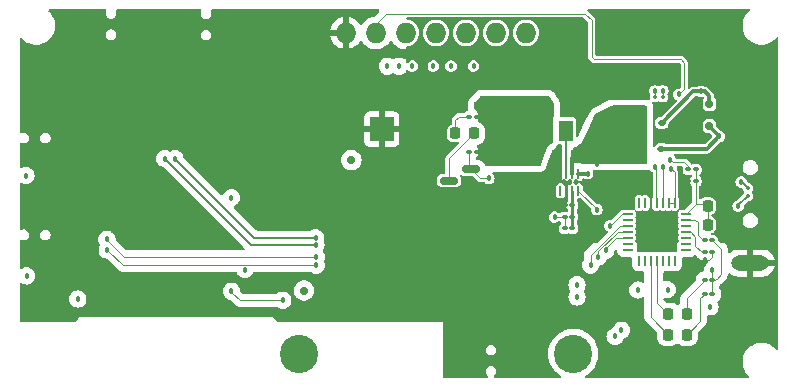
<source format=gbr>
%TF.GenerationSoftware,KiCad,Pcbnew,8.0.1*%
%TF.CreationDate,2024-09-08T05:47:06-06:00*%
%TF.ProjectId,USBHIDKey,55534248-4944-44b6-9579-2e6b69636164,rev?*%
%TF.SameCoordinates,Original*%
%TF.FileFunction,Copper,L4,Bot*%
%TF.FilePolarity,Positive*%
%FSLAX46Y46*%
G04 Gerber Fmt 4.6, Leading zero omitted, Abs format (unit mm)*
G04 Created by KiCad (PCBNEW 8.0.1) date 2024-09-08 05:47:06*
%MOMM*%
%LPD*%
G01*
G04 APERTURE LIST*
G04 Aperture macros list*
%AMRoundRect*
0 Rectangle with rounded corners*
0 $1 Rounding radius*
0 $2 $3 $4 $5 $6 $7 $8 $9 X,Y pos of 4 corners*
0 Add a 4 corners polygon primitive as box body*
4,1,4,$2,$3,$4,$5,$6,$7,$8,$9,$2,$3,0*
0 Add four circle primitives for the rounded corners*
1,1,$1+$1,$2,$3*
1,1,$1+$1,$4,$5*
1,1,$1+$1,$6,$7*
1,1,$1+$1,$8,$9*
0 Add four rect primitives between the rounded corners*
20,1,$1+$1,$2,$3,$4,$5,0*
20,1,$1+$1,$4,$5,$6,$7,0*
20,1,$1+$1,$6,$7,$8,$9,0*
20,1,$1+$1,$8,$9,$2,$3,0*%
G04 Aperture macros list end*
%TA.AperFunction,ComponentPad*%
%ADD10O,0.900000X1.600000*%
%TD*%
%TA.AperFunction,WasherPad*%
%ADD11C,3.240000*%
%TD*%
%TA.AperFunction,ComponentPad*%
%ADD12O,1.727200X1.727200*%
%TD*%
%TA.AperFunction,ComponentPad*%
%ADD13O,3.200000X1.300000*%
%TD*%
%TA.AperFunction,SMDPad,CuDef*%
%ADD14RoundRect,0.225000X-0.250000X0.225000X-0.250000X-0.225000X0.250000X-0.225000X0.250000X0.225000X0*%
%TD*%
%TA.AperFunction,SMDPad,CuDef*%
%ADD15R,1.200000X1.820000*%
%TD*%
%TA.AperFunction,SMDPad,CuDef*%
%ADD16RoundRect,0.150000X-0.150000X-0.200000X0.150000X-0.200000X0.150000X0.200000X-0.150000X0.200000X0*%
%TD*%
%TA.AperFunction,SMDPad,CuDef*%
%ADD17RoundRect,0.100000X-0.130000X-0.100000X0.130000X-0.100000X0.130000X0.100000X-0.130000X0.100000X0*%
%TD*%
%TA.AperFunction,SMDPad,CuDef*%
%ADD18RoundRect,0.100000X0.130000X0.100000X-0.130000X0.100000X-0.130000X-0.100000X0.130000X-0.100000X0*%
%TD*%
%TA.AperFunction,SMDPad,CuDef*%
%ADD19RoundRect,0.112500X-0.187500X-0.112500X0.187500X-0.112500X0.187500X0.112500X-0.187500X0.112500X0*%
%TD*%
%TA.AperFunction,SMDPad,CuDef*%
%ADD20RoundRect,0.075000X-0.075000X-0.075000X0.075000X-0.075000X0.075000X0.075000X-0.075000X0.075000X0*%
%TD*%
%TA.AperFunction,SMDPad,CuDef*%
%ADD21RoundRect,0.225000X-0.225000X-0.250000X0.225000X-0.250000X0.225000X0.250000X-0.225000X0.250000X0*%
%TD*%
%TA.AperFunction,SMDPad,CuDef*%
%ADD22R,2.000000X2.000000*%
%TD*%
%TA.AperFunction,SMDPad,CuDef*%
%ADD23RoundRect,0.225000X0.225000X0.250000X-0.225000X0.250000X-0.225000X-0.250000X0.225000X-0.250000X0*%
%TD*%
%TA.AperFunction,SMDPad,CuDef*%
%ADD24RoundRect,0.218750X-0.218750X-0.256250X0.218750X-0.256250X0.218750X0.256250X-0.218750X0.256250X0*%
%TD*%
%TA.AperFunction,SMDPad,CuDef*%
%ADD25RoundRect,0.062500X-0.062500X0.337500X-0.062500X-0.337500X0.062500X-0.337500X0.062500X0.337500X0*%
%TD*%
%TA.AperFunction,SMDPad,CuDef*%
%ADD26RoundRect,0.062500X-0.337500X0.062500X-0.337500X-0.062500X0.337500X-0.062500X0.337500X0.062500X0*%
%TD*%
%TA.AperFunction,HeatsinkPad*%
%ADD27R,3.350000X3.350000*%
%TD*%
%TA.AperFunction,SMDPad,CuDef*%
%ADD28RoundRect,0.075000X0.075000X-0.075000X0.075000X0.075000X-0.075000X0.075000X-0.075000X-0.075000X0*%
%TD*%
%TA.AperFunction,SMDPad,CuDef*%
%ADD29RoundRect,0.062500X0.062500X-0.337500X0.062500X0.337500X-0.062500X0.337500X-0.062500X-0.337500X0*%
%TD*%
%TA.AperFunction,SMDPad,CuDef*%
%ADD30RoundRect,0.218750X0.218750X0.256250X-0.218750X0.256250X-0.218750X-0.256250X0.218750X-0.256250X0*%
%TD*%
%TA.AperFunction,SMDPad,CuDef*%
%ADD31RoundRect,0.150000X0.587500X0.150000X-0.587500X0.150000X-0.587500X-0.150000X0.587500X-0.150000X0*%
%TD*%
%TA.AperFunction,ViaPad*%
%ADD32C,0.457200*%
%TD*%
%TA.AperFunction,ViaPad*%
%ADD33C,0.711200*%
%TD*%
%TA.AperFunction,Conductor*%
%ADD34C,0.101600*%
%TD*%
%TA.AperFunction,Conductor*%
%ADD35C,0.203200*%
%TD*%
%TA.AperFunction,Conductor*%
%ADD36C,0.304800*%
%TD*%
%TA.AperFunction,Conductor*%
%ADD37C,0.200000*%
%TD*%
%TA.AperFunction,Conductor*%
%ADD38C,0.254000*%
%TD*%
G04 APERTURE END LIST*
D10*
%TO.P,J2,6,Shield*%
%TO.N,GND*%
X246862600Y-52705000D03*
X240262600Y-52705000D03*
%TD*%
D11*
%TO.P,U6,*%
%TO.N,*%
X236626400Y-80162400D03*
X213452400Y-80162400D03*
D12*
%TO.P,U6,1,CS*%
%TO.N,/ESP32/OLED_CS*%
X232632000Y-52979400D03*
%TO.P,U6,2,DC*%
%TO.N,/ESP32/OLED_DC*%
X230092000Y-52979400D03*
%TO.P,U6,3,RES*%
%TO.N,/ESP32/OLED_RST*%
X227552000Y-52979400D03*
%TO.P,U6,4,SDA*%
%TO.N,/ESP32/OLED_SDA*%
X225012000Y-52979400D03*
%TO.P,U6,5,SCL*%
%TO.N,/ESP32/OLED_SCK*%
X222472000Y-52979400D03*
%TO.P,U6,6,VCC_3V3*%
%TO.N,+3V3*%
X219932000Y-52979400D03*
%TO.P,U6,7,GND*%
%TO.N,GND*%
X217392000Y-52979400D03*
%TD*%
D13*
%TO.P,J1,5,Shield*%
%TO.N,GND*%
X251624000Y-60774200D03*
X251624000Y-72474200D03*
%TD*%
D14*
%TO.P,C3,1*%
%TO.N,+3V3*%
X232867200Y-63664800D03*
%TO.P,C3,2*%
%TO.N,GND*%
X232867200Y-65214800D03*
%TD*%
%TO.P,C4,1*%
%TO.N,+3V3*%
X230847600Y-63664800D03*
%TO.P,C4,2*%
%TO.N,GND*%
X230847600Y-65214800D03*
%TD*%
D15*
%TO.P,L1,1*%
%TO.N,/Power/SW*%
X236013200Y-61264800D03*
%TO.P,L1,2*%
%TO.N,+3V3*%
X234293200Y-61264800D03*
%TD*%
D16*
%TO.P,D4,1,K*%
%TO.N,VBUS_UART*%
X248161000Y-58978800D03*
%TO.P,D4,2,A*%
%TO.N,GND*%
X246761000Y-58978800D03*
%TD*%
D17*
%TO.P,R12,1*%
%TO.N,Net-(D6-A)*%
X247772400Y-73888600D03*
%TO.P,R12,2*%
%TO.N,+3V3*%
X248412400Y-73888600D03*
%TD*%
%TO.P,R5,1*%
%TO.N,VBUS_UART*%
X246380000Y-64541400D03*
%TO.P,R5,2*%
%TO.N,/USB + UART/VBUS_SENSING*%
X247020000Y-64541400D03*
%TD*%
%TO.P,R11,1*%
%TO.N,Net-(U2-~{SUSPEND})*%
X247772400Y-71526400D03*
%TO.P,R11,2*%
%TO.N,GND*%
X248412400Y-71526400D03*
%TD*%
D18*
%TO.P,R6,1*%
%TO.N,/USB + UART/VBUS_SENSING*%
X247020000Y-65532000D03*
%TO.P,R6,2*%
%TO.N,GND*%
X246380000Y-65532000D03*
%TD*%
D16*
%TO.P,D3,1,K*%
%TO.N,VBUS*%
X248161000Y-60858400D03*
%TO.P,D3,2,A*%
%TO.N,GND*%
X246761000Y-60858400D03*
%TD*%
D17*
%TO.P,C6,1*%
%TO.N,+3V3*%
X235915200Y-69545200D03*
%TO.P,C6,2*%
%TO.N,/Power/FB*%
X236555200Y-69545200D03*
%TD*%
D18*
%TO.P,R3,1*%
%TO.N,+3V3*%
X248401800Y-70535800D03*
%TO.P,R3,2*%
%TO.N,Net-(U2-~{RST})*%
X247761800Y-70535800D03*
%TD*%
D19*
%TO.P,D1,1,K*%
%TO.N,+5V*%
X241994000Y-62814200D03*
%TO.P,D1,2,A*%
%TO.N,VBUS*%
X244094000Y-62814200D03*
%TD*%
D20*
%TO.P,U4,1,D+*%
%TO.N,/USB + UART/USB_UART_D+*%
X243535200Y-58445400D03*
%TO.P,U4,2,D-*%
%TO.N,/USB + UART/USB_UART_D-*%
X244235200Y-58445400D03*
%TO.P,U4,3,GND*%
%TO.N,GND*%
X243885200Y-59295400D03*
%TD*%
D21*
%TO.P,C1,1*%
%TO.N,/USB + UART/VBUS_SENSING*%
X248018000Y-67644800D03*
%TO.P,C1,2*%
%TO.N,GND*%
X249568000Y-67644800D03*
%TD*%
D18*
%TO.P,R8,1*%
%TO.N,/Power/FB*%
X236550600Y-67589400D03*
%TO.P,R8,2*%
%TO.N,GND*%
X235910600Y-67589400D03*
%TD*%
D22*
%TO.P,TP3,1,1*%
%TO.N,+5V*%
X239826800Y-61137800D03*
%TD*%
D23*
%TO.P,C5,1*%
%TO.N,+5V*%
X236830200Y-63296800D03*
%TO.P,C5,2*%
%TO.N,GND*%
X235280200Y-63296800D03*
%TD*%
D22*
%TO.P,TP1,1,1*%
%TO.N,GND*%
X220421200Y-61137800D03*
%TD*%
D17*
%TO.P,R7,1*%
%TO.N,+3V3*%
X235915200Y-68580000D03*
%TO.P,R7,2*%
%TO.N,/Power/FB*%
X236555200Y-68580000D03*
%TD*%
%TO.P,R9,1*%
%TO.N,/Power/PG*%
X227848200Y-63042800D03*
%TO.P,R9,2*%
%TO.N,+3V3*%
X228488200Y-63042800D03*
%TD*%
D21*
%TO.P,C2,1*%
%TO.N,/USB + UART/VBUS_SENSING*%
X248018000Y-69215000D03*
%TO.P,C2,2*%
%TO.N,GND*%
X249568000Y-69215000D03*
%TD*%
D22*
%TO.P,TP2,1,1*%
%TO.N,+3V3*%
X231368600Y-61137800D03*
%TD*%
D17*
%TO.P,R10,1*%
%TO.N,Net-(D5-A)*%
X227848200Y-60071000D03*
%TO.P,R10,2*%
%TO.N,+3V3*%
X228488200Y-60071000D03*
%TD*%
D24*
%TO.P,D7,1,K*%
%TO.N,Net-(D7-K)*%
X244670000Y-78530000D03*
%TO.P,D7,2,A*%
%TO.N,Net-(D7-A)*%
X246245000Y-78530000D03*
%TD*%
D25*
%TO.P,U2,1,~{DCD}*%
%TO.N,unconnected-(U2-~{DCD}-Pad1)*%
X242215400Y-67374600D03*
%TO.P,U2,2,~{RI}/CLK*%
%TO.N,unconnected-(U2-~{RI}{slash}CLK-Pad2)*%
X242715400Y-67374600D03*
%TO.P,U2,3,GND*%
%TO.N,GND*%
X243215400Y-67374600D03*
%TO.P,U2,4,D+*%
%TO.N,/USB + UART/USB_UART_D+*%
X243715400Y-67374600D03*
%TO.P,U2,5,D-*%
%TO.N,/USB + UART/USB_UART_D-*%
X244215400Y-67374600D03*
%TO.P,U2,6,VDD*%
%TO.N,+3V3*%
X244715400Y-67374600D03*
%TO.P,U2,7,VREGIN*%
X245215400Y-67374600D03*
D26*
%TO.P,U2,8,VBUS*%
%TO.N,/USB + UART/VBUS_SENSING*%
X246165400Y-68324600D03*
%TO.P,U2,9,~{RST}*%
%TO.N,Net-(U2-~{RST})*%
X246165400Y-68824600D03*
%TO.P,U2,10,NC*%
%TO.N,unconnected-(U2-NC-Pad10)*%
X246165400Y-69324600D03*
%TO.P,U2,11,~{SUSPEND}*%
%TO.N,Net-(U2-~{SUSPEND})*%
X246165400Y-69824600D03*
%TO.P,U2,12,SUSPEND*%
%TO.N,unconnected-(U2-SUSPEND-Pad12)*%
X246165400Y-70324600D03*
%TO.P,U2,13,CHREN*%
%TO.N,unconnected-(U2-CHREN-Pad13)*%
X246165400Y-70824600D03*
%TO.P,U2,14,CHR1*%
%TO.N,unconnected-(U2-CHR1-Pad14)*%
X246165400Y-71324600D03*
D25*
%TO.P,U2,15,CHR0*%
%TO.N,unconnected-(U2-CHR0-Pad15)*%
X245215400Y-72274600D03*
%TO.P,U2,16,~{WAKEUP}/GPIO.3*%
%TO.N,unconnected-(U2-~{WAKEUP}{slash}GPIO.3-Pad16)*%
X244715400Y-72274600D03*
%TO.P,U2,17,RS485/GPIO.2*%
%TO.N,unconnected-(U2-RS485{slash}GPIO.2-Pad17)*%
X244215400Y-72274600D03*
%TO.P,U2,18,~{RXT}/GPIO.1*%
%TO.N,Net-(D6-K)*%
X243715400Y-72274600D03*
%TO.P,U2,19,~{TXT}/GPIO.0*%
%TO.N,Net-(D7-K)*%
X243215400Y-72274600D03*
%TO.P,U2,20,GPIO.6*%
%TO.N,unconnected-(U2-GPIO.6-Pad20)*%
X242715400Y-72274600D03*
%TO.P,U2,21,GPIO.5*%
%TO.N,unconnected-(U2-GPIO.5-Pad21)*%
X242215400Y-72274600D03*
D26*
%TO.P,U2,22,GPIO.4*%
%TO.N,unconnected-(U2-GPIO.4-Pad22)*%
X241265400Y-71324600D03*
%TO.P,U2,23,~{CTS}*%
%TO.N,unconnected-(U2-~{CTS}-Pad23)*%
X241265400Y-70824600D03*
%TO.P,U2,24,~{RTS}*%
%TO.N,Net-(U2-~{RTS})*%
X241265400Y-70324600D03*
%TO.P,U2,25,RXD*%
%TO.N,TXD*%
X241265400Y-69824600D03*
%TO.P,U2,26,TXD*%
%TO.N,RXD*%
X241265400Y-69324600D03*
%TO.P,U2,27,~{DSR}*%
%TO.N,unconnected-(U2-~{DSR}-Pad27)*%
X241265400Y-68824600D03*
%TO.P,U2,28,~{DTR}*%
%TO.N,Net-(Q2-E)*%
X241265400Y-68324600D03*
D27*
%TO.P,U2,29,GND*%
%TO.N,GND*%
X243715400Y-69824600D03*
%TD*%
D28*
%TO.P,U3,1,D+*%
%TO.N,USB_D+*%
X251434600Y-66790800D03*
%TO.P,U3,2,D-*%
%TO.N,USB_D-*%
X251434600Y-66090800D03*
%TO.P,U3,3,GND*%
%TO.N,GND*%
X252284600Y-66440800D03*
%TD*%
D24*
%TO.P,D6,1,K*%
%TO.N,Net-(D6-K)*%
X244672500Y-76790000D03*
%TO.P,D6,2,A*%
%TO.N,Net-(D6-A)*%
X246247500Y-76790000D03*
%TD*%
D19*
%TO.P,D2,1,K*%
%TO.N,+5V*%
X242044800Y-60604400D03*
%TO.P,D2,2,A*%
%TO.N,VBUS_UART*%
X244144800Y-60604400D03*
%TD*%
D29*
%TO.P,U5,1,EN*%
%TO.N,+5V*%
X237058200Y-66344800D03*
%TO.P,U5,2,FB*%
%TO.N,/Power/FB*%
X236558200Y-66344800D03*
%TO.P,U5,3,AGND*%
%TO.N,GND*%
X236058200Y-66344800D03*
%TO.P,U5,4,NC*%
%TO.N,unconnected-(U5-NC-Pad4)*%
X235558200Y-66344800D03*
%TO.P,U5,5,PGND*%
%TO.N,GND*%
X235558200Y-64894800D03*
%TO.P,U5,6,SW*%
%TO.N,/Power/SW*%
X236058200Y-64894800D03*
%TO.P,U5,7,VIN*%
%TO.N,+5V*%
X236558200Y-64894800D03*
%TO.P,U5,8,PG*%
%TO.N,/Power/PG*%
X237058200Y-64894800D03*
%TD*%
D30*
%TO.P,D5,1,K*%
%TO.N,Net-(D5-K)*%
X228219200Y-61493400D03*
%TO.P,D5,2,A*%
%TO.N,Net-(D5-A)*%
X226644200Y-61493400D03*
%TD*%
D17*
%TO.P,R13,1*%
%TO.N,Net-(D7-A)*%
X247772400Y-75082400D03*
%TO.P,R13,2*%
%TO.N,+3V3*%
X248412400Y-75082400D03*
%TD*%
D31*
%TO.P,Q3,1,G*%
%TO.N,/Power/PG*%
X227990400Y-64541400D03*
%TO.P,Q3,2,S*%
%TO.N,GND*%
X227990400Y-66441400D03*
%TO.P,Q3,3,D*%
%TO.N,Net-(D5-K)*%
X226115400Y-65491400D03*
%TD*%
D32*
%TO.N,GND*%
X236321600Y-65614600D03*
X245668800Y-64770000D03*
X235000800Y-65862200D03*
X208584800Y-53035200D03*
X236829600Y-65614600D03*
X235813600Y-65614600D03*
X201015600Y-52425600D03*
X235000800Y-65252600D03*
X234315000Y-66522600D03*
X247751600Y-72212200D03*
X233146600Y-80035400D03*
X234975400Y-66522600D03*
%TO.N,+3V3*%
X235051600Y-68580000D03*
X245567200Y-58191400D03*
D33*
X217855800Y-63754000D03*
X229514400Y-63754000D03*
D32*
X248412000Y-73075800D03*
X244944900Y-64528700D03*
D33*
X213842600Y-74803000D03*
D32*
X231851200Y-63703200D03*
%TO.N,+5V*%
X238633000Y-67945000D03*
X238633000Y-64109600D03*
%TO.N,VBUS*%
X248996200Y-61747400D03*
%TO.N,VBUS_UART*%
X247446800Y-57937400D03*
X244856529Y-63728600D03*
%TO.N,USB_D+*%
X202057000Y-63627000D03*
X250596400Y-67640200D03*
X214858600Y-70916800D03*
%TO.N,USB_D-*%
X214833200Y-70332600D03*
X250850400Y-65608200D03*
X202920600Y-63652400D03*
%TO.N,/USB + UART/USB_UART_D+*%
X243560600Y-57886600D03*
X243560600Y-64338200D03*
%TO.N,/USB + UART/USB_UART_D-*%
X244221000Y-57886600D03*
X244195600Y-64363600D03*
%TO.N,EN*%
X194691000Y-75514200D03*
X240182400Y-78689200D03*
X242112800Y-74752200D03*
X190296800Y-65074800D03*
%TO.N,GPIO0*%
X208838800Y-73025000D03*
X240715800Y-78155800D03*
X244627400Y-74726800D03*
X190347600Y-73558400D03*
%TO.N,Net-(Q2-E)*%
X248208800Y-76174600D03*
X236956600Y-74320400D03*
X239725200Y-69316600D03*
%TO.N,Net-(U2-~{RTS})*%
X236956600Y-75336400D03*
X239395000Y-71399400D03*
%TO.N,/ESP32/OLED_SDA*%
X223012000Y-55803800D03*
X221894400Y-55803800D03*
%TO.N,/ESP32/OLED_RST*%
X220903800Y-55803800D03*
X224790000Y-55803800D03*
%TO.N,/ESP32/OLED_CS*%
X228193600Y-55803800D03*
X226288600Y-55803800D03*
%TO.N,/Power/PG*%
X237845600Y-64897000D03*
X229489000Y-65303400D03*
%TO.N,/ESP32/BTN_OK*%
X212039200Y-75615800D03*
X207695800Y-66929000D03*
X207695800Y-74853800D03*
%TO.N,TXD*%
X197154800Y-70459600D03*
X214884000Y-71958200D03*
X238734600Y-71958200D03*
%TO.N,RXD*%
X197180200Y-71348600D03*
X238099600Y-72644000D03*
X214884000Y-72644000D03*
%TD*%
D34*
%TO.N,GND*%
X248412400Y-71526400D02*
X248412400Y-71932400D01*
X248412400Y-71932400D02*
X248132600Y-72212200D01*
D35*
X236829600Y-65614600D02*
X237229600Y-65614600D01*
D34*
X248132600Y-72212200D02*
X247751600Y-72212200D01*
D35*
X237229600Y-65614600D02*
X237286800Y-65557400D01*
D34*
%TO.N,/USB + UART/VBUS_SENSING*%
X248018000Y-69215000D02*
X248018000Y-67644800D01*
X248018000Y-67644800D02*
X247854600Y-67481400D01*
X247020000Y-67470000D02*
X246165400Y-68324600D01*
X247854600Y-67481400D02*
X247008600Y-67481400D01*
X247020000Y-64541400D02*
X247020000Y-65532000D01*
X247020000Y-65532000D02*
X247020000Y-67470000D01*
%TO.N,+3V3*%
X235915200Y-68580000D02*
X235051600Y-68580000D01*
X249174000Y-71308000D02*
X249174000Y-73431400D01*
X246049800Y-57708800D02*
X246049800Y-55549800D01*
X248412000Y-73075800D02*
X248412000Y-73888200D01*
X248691400Y-73812400D02*
X248615200Y-73888600D01*
X237642400Y-51358800D02*
X220802200Y-51358800D01*
X238404400Y-55219600D02*
X238201200Y-55016400D01*
X248401800Y-70535800D02*
X249174000Y-71308000D01*
X235915200Y-69545200D02*
X235915200Y-68580000D01*
X248793000Y-73812400D02*
X248691400Y-73812400D01*
X248615200Y-73888600D02*
X248412400Y-73888600D01*
X248412000Y-73888200D02*
X248412400Y-73888600D01*
X246049800Y-55549800D02*
X245719600Y-55219600D01*
X245719600Y-55219600D02*
X238404400Y-55219600D01*
X238201200Y-51917600D02*
X237642400Y-51358800D01*
X249174000Y-73431400D02*
X248793000Y-73812400D01*
X220802200Y-51358800D02*
X219932000Y-52229000D01*
X244944900Y-64528700D02*
X245215400Y-64799200D01*
X245567200Y-58191400D02*
X246049800Y-57708800D01*
D36*
X235051600Y-68580000D02*
X235102400Y-68580000D01*
D34*
X238201200Y-55016400D02*
X238201200Y-51917600D01*
X248412400Y-73888600D02*
X248412400Y-75082400D01*
X245215400Y-67374600D02*
X244715400Y-67374600D01*
X219932000Y-52229000D02*
X219932000Y-52979400D01*
X245215400Y-64799200D02*
X245215400Y-67374600D01*
D36*
%TO.N,+5V*%
X236558200Y-64894800D02*
X236558200Y-63568800D01*
X238658400Y-67945000D02*
X238633000Y-67919600D01*
D34*
X237058200Y-66344800D02*
X238633000Y-67919600D01*
D36*
X238633000Y-67945000D02*
X238658400Y-67945000D01*
X238633000Y-67919600D02*
X238658400Y-67919600D01*
X238633000Y-67919600D02*
X238633000Y-67945000D01*
X236558200Y-63568800D02*
X236830200Y-63296800D01*
%TO.N,VBUS*%
X248996200Y-61747400D02*
X247929400Y-62814200D01*
X247929400Y-62814200D02*
X244094000Y-62814200D01*
X248996200Y-61747400D02*
X248996200Y-61693600D01*
X248996200Y-61693600D02*
X248161000Y-60858400D01*
D34*
%TO.N,VBUS_UART*%
X244856529Y-63728600D02*
X245059729Y-63931800D01*
X246380000Y-64262000D02*
X246380000Y-64541400D01*
X245059729Y-63931800D02*
X246049800Y-63931800D01*
D36*
X246811800Y-57937400D02*
X244144800Y-60604400D01*
X248161000Y-58296000D02*
X248161000Y-58978800D01*
X247802400Y-57937400D02*
X248161000Y-58296000D01*
D34*
X246049800Y-63931800D02*
X246380000Y-64262000D01*
D36*
X247446800Y-57937400D02*
X246811800Y-57937400D01*
X247446800Y-57937400D02*
X247802400Y-57937400D01*
D34*
%TO.N,Net-(D5-K)*%
X226115400Y-65491400D02*
X226115400Y-63597200D01*
X226115400Y-63597200D02*
X228219200Y-61493400D01*
%TO.N,Net-(D5-A)*%
X226949000Y-60071000D02*
X226644200Y-60375800D01*
X226644200Y-60375800D02*
X226644200Y-61493400D01*
X227848200Y-60071000D02*
X226949000Y-60071000D01*
%TO.N,Net-(D6-K)*%
X243715400Y-75832900D02*
X243715400Y-72274600D01*
X244672500Y-76790000D02*
X243715400Y-75832900D01*
%TO.N,Net-(D6-A)*%
X247772400Y-73888600D02*
X246247500Y-75413500D01*
X246247500Y-75413500D02*
X246247500Y-76790000D01*
%TO.N,Net-(D7-K)*%
X243215400Y-77075400D02*
X243215400Y-72274600D01*
X244670000Y-78530000D02*
X243215400Y-77075400D01*
%TO.N,Net-(D7-A)*%
X247390000Y-77385000D02*
X247390000Y-75464800D01*
X246245000Y-78530000D02*
X247390000Y-77385000D01*
X247390000Y-75464800D02*
X247772400Y-75082400D01*
D37*
%TO.N,USB_D+*%
X250596400Y-67589400D02*
X251395000Y-66790800D01*
X251395000Y-66790800D02*
X251434600Y-66790800D01*
X214858600Y-70916800D02*
X209346800Y-70916800D01*
X209346800Y-70916800D02*
X202057000Y-63627000D01*
%TO.N,USB_D-*%
X209600800Y-70332600D02*
X202920600Y-63652400D01*
X250850400Y-65532000D02*
X251409200Y-66090800D01*
X214833200Y-70332600D02*
X209600800Y-70332600D01*
X251409200Y-66090800D02*
X251434600Y-66090800D01*
D34*
%TO.N,/USB + UART/USB_UART_D+*%
X243662200Y-67321400D02*
X243715400Y-67374600D01*
X243560600Y-57886600D02*
X243560600Y-58394600D01*
X243662200Y-64439800D02*
X243662200Y-67321400D01*
X243560600Y-58394600D02*
X243535200Y-58420000D01*
X243560600Y-64338200D02*
X243662200Y-64439800D01*
%TO.N,/USB + UART/USB_UART_D-*%
X244221000Y-57886600D02*
X244221000Y-58405800D01*
X244215400Y-64383400D02*
X244215400Y-67374600D01*
X244195600Y-64363600D02*
X244215400Y-64383400D01*
X244221000Y-58405800D02*
X244235200Y-58420000D01*
%TO.N,Net-(Q2-E)*%
X239725200Y-69316600D02*
X239725200Y-69342000D01*
X240742600Y-68324600D02*
X239750600Y-69316600D01*
X239750600Y-69316600D02*
X239725200Y-69316600D01*
X241265400Y-68324600D02*
X240742600Y-68324600D01*
X239725200Y-69342000D02*
X239725200Y-69342000D01*
%TO.N,Net-(U2-~{RTS})*%
X241265400Y-70324600D02*
X240241200Y-70324600D01*
X239395000Y-71170800D02*
X239395000Y-71399400D01*
X240241200Y-70324600D02*
X239395000Y-71170800D01*
%TO.N,Net-(U2-~{RST})*%
X246954800Y-68824600D02*
X247167400Y-69037200D01*
X246165400Y-68824600D02*
X246954800Y-68824600D01*
X247599200Y-70535800D02*
X247761800Y-70535800D01*
X247167400Y-70104000D02*
X247599200Y-70535800D01*
X247167400Y-69037200D02*
X247167400Y-70104000D01*
%TO.N,Net-(U2-~{SUSPEND})*%
X247772400Y-71526400D02*
X247497600Y-71526400D01*
X246565399Y-69824600D02*
X246165400Y-69824600D01*
X247497600Y-71526400D02*
X246964200Y-70993000D01*
X246964200Y-70993000D02*
X246964200Y-70223401D01*
X246964200Y-70223401D02*
X246565399Y-69824600D01*
D38*
%TO.N,/Power/FB*%
X236558200Y-66344800D02*
X236558200Y-69542200D01*
D36*
X236558200Y-69542200D02*
X236555200Y-69545200D01*
D35*
%TO.N,/Power/SW*%
X236013200Y-61264800D02*
X236013200Y-64849800D01*
X236013200Y-64849800D02*
X236058200Y-64894800D01*
D34*
%TO.N,/Power/PG*%
X228752400Y-65303400D02*
X227990400Y-64541400D01*
X229489000Y-65303400D02*
X228752400Y-65303400D01*
D36*
X237845600Y-64922400D02*
X237820200Y-64897000D01*
D34*
X227914200Y-64465200D02*
X227888800Y-64465200D01*
D36*
X237820200Y-64897000D02*
X237845600Y-64897000D01*
X237845600Y-64897000D02*
X237845600Y-64922400D01*
D34*
X227888800Y-64465200D02*
X227848200Y-64424600D01*
D36*
X237818000Y-64894800D02*
X237820200Y-64897000D01*
X237058200Y-64894800D02*
X237818000Y-64894800D01*
D34*
X227990400Y-64541400D02*
X227914200Y-64465200D01*
X227848200Y-64424600D02*
X227848200Y-63042800D01*
%TO.N,/ESP32/BTN_OK*%
X207645000Y-74853800D02*
X207645000Y-74853800D01*
X207695800Y-74853800D02*
X207645000Y-74853800D01*
X207695800Y-74904600D02*
X207695800Y-74853800D01*
X208407000Y-75615800D02*
X207695800Y-74904600D01*
X212039200Y-75615800D02*
X208407000Y-75615800D01*
%TO.N,TXD*%
X240393568Y-69824600D02*
X238734600Y-71483568D01*
X238734600Y-71483568D02*
X238734600Y-71958200D01*
X197154800Y-70510400D02*
X197154800Y-70459600D01*
X197104000Y-70459600D02*
X197129400Y-70485000D01*
X214884000Y-71958200D02*
X198602600Y-71958200D01*
X241265400Y-69824600D02*
X240393568Y-69824600D01*
X197154800Y-70459600D02*
X197104000Y-70459600D01*
X198602600Y-71958200D02*
X197154800Y-70510400D01*
%TO.N,RXD*%
X214884000Y-72644000D02*
X198475600Y-72644000D01*
X198475600Y-72644000D02*
X197180200Y-71348600D01*
X238099600Y-72644000D02*
X238099600Y-71831200D01*
X238099600Y-71831200D02*
X240606200Y-69324600D01*
X240606200Y-69324600D02*
X241265400Y-69324600D01*
%TD*%
%TA.AperFunction,Conductor*%
%TO.N,+5V*%
G36*
X242795981Y-59140636D02*
G01*
X242815549Y-59148741D01*
X242869951Y-59192578D01*
X242882656Y-59215847D01*
X242890762Y-59235414D01*
X242900200Y-59282865D01*
X242900200Y-63960200D01*
X242880515Y-64027239D01*
X242827711Y-64072994D01*
X242776200Y-64084200D01*
X237470208Y-64084200D01*
X237408206Y-64067586D01*
X237404628Y-64065520D01*
X237267672Y-64008791D01*
X237267670Y-64008790D01*
X237157601Y-63994300D01*
X236958796Y-63994300D01*
X236848736Y-64008788D01*
X236848724Y-64008792D01*
X236786752Y-64034462D01*
X236717283Y-64041931D01*
X236654804Y-64010656D01*
X236619152Y-63950567D01*
X236615300Y-63919901D01*
X236615300Y-62791604D01*
X236634985Y-62724565D01*
X236687789Y-62678810D01*
X236713394Y-62671787D01*
X236713132Y-62670676D01*
X236720679Y-62668892D01*
X236720681Y-62668891D01*
X236720683Y-62668891D01*
X236855531Y-62618596D01*
X236970746Y-62532346D01*
X237002368Y-62490104D01*
X237058299Y-62448234D01*
X237063395Y-62446460D01*
X237213067Y-62398037D01*
X237213066Y-62398037D01*
X237261400Y-62382400D01*
X237950758Y-61010800D01*
X238516442Y-59880481D01*
X238539772Y-59848174D01*
X238579408Y-59808651D01*
X238611782Y-59785412D01*
X239870056Y-59160190D01*
X239896878Y-59150525D01*
X239965226Y-59134480D01*
X239993558Y-59131200D01*
X242748535Y-59131200D01*
X242795981Y-59140636D01*
G37*
%TD.AperFunction*%
%TD*%
%TA.AperFunction,Conductor*%
%TO.N,+3V3*%
G36*
X234596869Y-58333698D02*
G01*
X234619198Y-58345956D01*
X234664143Y-58388082D01*
X234938560Y-58819309D01*
X234953073Y-58851463D01*
X234970240Y-58910879D01*
X234975112Y-58945817D01*
X234970327Y-60088139D01*
X234962510Y-60130953D01*
X234919108Y-60247317D01*
X234912701Y-60306916D01*
X234912700Y-60306935D01*
X234912700Y-62115227D01*
X234893015Y-62182266D01*
X234887846Y-62189700D01*
X234750896Y-62372022D01*
X234716848Y-62403087D01*
X234602156Y-62473831D01*
X234482229Y-62593759D01*
X234393201Y-62738094D01*
X234393196Y-62738105D01*
X234339850Y-62899094D01*
X234339527Y-62900605D01*
X234338877Y-62902030D01*
X234337722Y-62905518D01*
X234337345Y-62905393D01*
X234321357Y-62940490D01*
X234322747Y-62941371D01*
X234320107Y-62945535D01*
X234289600Y-62986150D01*
X234273316Y-63034263D01*
X234273315Y-63034267D01*
X234273314Y-63034270D01*
X233886796Y-64176321D01*
X233846659Y-64233512D01*
X233841938Y-64237096D01*
X233839145Y-64239113D01*
X233773271Y-64262404D01*
X233767354Y-64262582D01*
X233634653Y-64263438D01*
X233192208Y-64266293D01*
X233178812Y-64265655D01*
X233172534Y-64265014D01*
X233165545Y-64264300D01*
X233165541Y-64264300D01*
X232568863Y-64264300D01*
X232568842Y-64264302D01*
X232511884Y-64270120D01*
X232500084Y-64270759D01*
X231278762Y-64278638D01*
X231252223Y-64274471D01*
X231251925Y-64275868D01*
X231245304Y-64274450D01*
X231145946Y-64264300D01*
X230549262Y-64264300D01*
X230549244Y-64264301D01*
X230449894Y-64274450D01*
X230439142Y-64278013D01*
X230400946Y-64284301D01*
X229320110Y-64291274D01*
X229252945Y-64272023D01*
X229206850Y-64219515D01*
X229200236Y-64201881D01*
X229179644Y-64131002D01*
X229095981Y-63989535D01*
X229095979Y-63989533D01*
X229095976Y-63989529D01*
X228979770Y-63873323D01*
X228979762Y-63873317D01*
X228838296Y-63789655D01*
X228838293Y-63789654D01*
X228680473Y-63743802D01*
X228680467Y-63743801D01*
X228643601Y-63740900D01*
X228643594Y-63740900D01*
X228527623Y-63740900D01*
X228460584Y-63721215D01*
X228414829Y-63668411D01*
X228404885Y-63599253D01*
X228429247Y-63541414D01*
X228502735Y-63445642D01*
X228502734Y-63445642D01*
X228502736Y-63445641D01*
X228563244Y-63299562D01*
X228578700Y-63182161D01*
X228578699Y-62903440D01*
X228578699Y-62903436D01*
X228563246Y-62786046D01*
X228563244Y-62786041D01*
X228563244Y-62786038D01*
X228502736Y-62639959D01*
X228502735Y-62639958D01*
X228499626Y-62632451D01*
X228501386Y-62631721D01*
X228487381Y-62574002D01*
X228510230Y-62507974D01*
X228565149Y-62464781D01*
X228581294Y-62459859D01*
X228584379Y-62458836D01*
X228584385Y-62458836D01*
X228743987Y-62405949D01*
X228887091Y-62317681D01*
X229005981Y-62198791D01*
X229094249Y-62055687D01*
X229147136Y-61896085D01*
X229157200Y-61797574D01*
X229157200Y-61189226D01*
X229147136Y-61090715D01*
X229094249Y-60931113D01*
X229094245Y-60931107D01*
X229094244Y-60931104D01*
X229005983Y-60788012D01*
X229005980Y-60788008D01*
X228887091Y-60669119D01*
X228887087Y-60669116D01*
X228743995Y-60580855D01*
X228743989Y-60580852D01*
X228743987Y-60580851D01*
X228619468Y-60539589D01*
X228562024Y-60499817D01*
X228535201Y-60435301D01*
X228543911Y-60374435D01*
X228563244Y-60327762D01*
X228578700Y-60210361D01*
X228578699Y-59931640D01*
X228578699Y-59931636D01*
X228563246Y-59814246D01*
X228563244Y-59814241D01*
X228563244Y-59814238D01*
X228502736Y-59668159D01*
X228406482Y-59542718D01*
X228292912Y-59455573D01*
X228251711Y-59399146D01*
X228244400Y-59357198D01*
X228244400Y-58927265D01*
X228253838Y-58879814D01*
X228270883Y-58838663D01*
X228297759Y-58798440D01*
X228724440Y-58371759D01*
X228764663Y-58344883D01*
X228805815Y-58327837D01*
X228853265Y-58318400D01*
X234537203Y-58318400D01*
X234596869Y-58333698D01*
G37*
%TD.AperFunction*%
%TD*%
%TA.AperFunction,Conductor*%
%TO.N,GND*%
G36*
X197049388Y-50997985D02*
G01*
X197095143Y-51050789D01*
X197105087Y-51119947D01*
X197094203Y-51151398D01*
X197095621Y-51151986D01*
X197092510Y-51159494D01*
X197077105Y-51216988D01*
X197061700Y-51274480D01*
X197061700Y-51393520D01*
X197083921Y-51476450D01*
X197092510Y-51508505D01*
X197092511Y-51508506D01*
X197152027Y-51611592D01*
X197152029Y-51611595D01*
X197152030Y-51611596D01*
X197236204Y-51695770D01*
X197339296Y-51755290D01*
X197454280Y-51786100D01*
X197454283Y-51786100D01*
X197573317Y-51786100D01*
X197573320Y-51786100D01*
X197688304Y-51755290D01*
X197791396Y-51695770D01*
X197875570Y-51611596D01*
X197935090Y-51508504D01*
X197965900Y-51393520D01*
X197965900Y-51274480D01*
X197935090Y-51159496D01*
X197935089Y-51159494D01*
X197931979Y-51151986D01*
X197934609Y-51150896D01*
X197921392Y-51096384D01*
X197944253Y-51030360D01*
X197999179Y-50987177D01*
X198045251Y-50978300D01*
X205024684Y-50978300D01*
X205091723Y-50997985D01*
X205137478Y-51050789D01*
X205147422Y-51119947D01*
X205132072Y-51164299D01*
X205118910Y-51187095D01*
X205118910Y-51187096D01*
X205088100Y-51302080D01*
X205088100Y-51421120D01*
X205102926Y-51476450D01*
X205118910Y-51536105D01*
X205118911Y-51536106D01*
X205178427Y-51639192D01*
X205178429Y-51639195D01*
X205178430Y-51639196D01*
X205262604Y-51723370D01*
X205262605Y-51723371D01*
X205262607Y-51723372D01*
X205314150Y-51753130D01*
X205365696Y-51782890D01*
X205480680Y-51813700D01*
X205480683Y-51813700D01*
X205599717Y-51813700D01*
X205599720Y-51813700D01*
X205714704Y-51782890D01*
X205817796Y-51723370D01*
X205901970Y-51639196D01*
X205961490Y-51536104D01*
X205992300Y-51421120D01*
X205992300Y-51302080D01*
X205961490Y-51187096D01*
X205948327Y-51164298D01*
X205931856Y-51096399D01*
X205954709Y-51030372D01*
X206009631Y-50987182D01*
X206055716Y-50978300D01*
X220103682Y-50978300D01*
X220170721Y-50997985D01*
X220216476Y-51050789D01*
X220226420Y-51119947D01*
X220197395Y-51183503D01*
X220191363Y-51189981D01*
X219783532Y-51597810D01*
X219722209Y-51631295D01*
X219716261Y-51632438D01*
X219595983Y-51652509D01*
X219382172Y-51725910D01*
X219382167Y-51725912D01*
X219183352Y-51833506D01*
X219004955Y-51972359D01*
X219004950Y-51972363D01*
X218851850Y-52138672D01*
X218851842Y-52138683D01*
X218765509Y-52270825D01*
X218712363Y-52316182D01*
X218643131Y-52325605D01*
X218579796Y-52296102D01*
X218557892Y-52270824D01*
X218471759Y-52138987D01*
X218318715Y-51972738D01*
X218318703Y-51972727D01*
X218140376Y-51833929D01*
X217941630Y-51726372D01*
X217941624Y-51726370D01*
X217727893Y-51652996D01*
X217642000Y-51638663D01*
X217642000Y-52537148D01*
X217588081Y-52506019D01*
X217458880Y-52471400D01*
X217325120Y-52471400D01*
X217195919Y-52506019D01*
X217142000Y-52537148D01*
X217142000Y-51638663D01*
X217141999Y-51638663D01*
X217056106Y-51652996D01*
X216842375Y-51726370D01*
X216842369Y-51726372D01*
X216643623Y-51833929D01*
X216465296Y-51972727D01*
X216465284Y-51972738D01*
X216312240Y-52138987D01*
X216188639Y-52328174D01*
X216097864Y-52535121D01*
X216048666Y-52729400D01*
X216949749Y-52729400D01*
X216918619Y-52783319D01*
X216884000Y-52912520D01*
X216884000Y-53046280D01*
X216918619Y-53175481D01*
X216949749Y-53229400D01*
X216048666Y-53229400D01*
X216097864Y-53423678D01*
X216188639Y-53630625D01*
X216312240Y-53819812D01*
X216465284Y-53986061D01*
X216465296Y-53986072D01*
X216643623Y-54124870D01*
X216842369Y-54232427D01*
X216842375Y-54232429D01*
X217056106Y-54305803D01*
X217142000Y-54320136D01*
X217142000Y-53421651D01*
X217195919Y-53452781D01*
X217325120Y-53487400D01*
X217458880Y-53487400D01*
X217588081Y-53452781D01*
X217642000Y-53421651D01*
X217642000Y-54320135D01*
X217727893Y-54305803D01*
X217941624Y-54232429D01*
X217941630Y-54232427D01*
X218140376Y-54124870D01*
X218318703Y-53986072D01*
X218318715Y-53986061D01*
X218471759Y-53819812D01*
X218557892Y-53687975D01*
X218611038Y-53642618D01*
X218680269Y-53633194D01*
X218743605Y-53662696D01*
X218765509Y-53687974D01*
X218851842Y-53820116D01*
X218851850Y-53820127D01*
X219004605Y-53986061D01*
X219004954Y-53986440D01*
X219183351Y-54125293D01*
X219382169Y-54232888D01*
X219382172Y-54232889D01*
X219595982Y-54306290D01*
X219595984Y-54306290D01*
X219595986Y-54306291D01*
X219818967Y-54343500D01*
X219818968Y-54343500D01*
X220045032Y-54343500D01*
X220045033Y-54343500D01*
X220268014Y-54306291D01*
X220481831Y-54232888D01*
X220680649Y-54125293D01*
X220859046Y-53986440D01*
X221012156Y-53820119D01*
X221098193Y-53688428D01*
X221151338Y-53643075D01*
X221220569Y-53633651D01*
X221283905Y-53663153D01*
X221305804Y-53688425D01*
X221391844Y-53820119D01*
X221391849Y-53820124D01*
X221391850Y-53820127D01*
X221544605Y-53986061D01*
X221544954Y-53986440D01*
X221723351Y-54125293D01*
X221922169Y-54232888D01*
X221922172Y-54232889D01*
X222135982Y-54306290D01*
X222135984Y-54306290D01*
X222135986Y-54306291D01*
X222358967Y-54343500D01*
X222358968Y-54343500D01*
X222378170Y-54343500D01*
X222445209Y-54363185D01*
X222490964Y-54415989D01*
X222502170Y-54467500D01*
X222502170Y-55100242D01*
X222482485Y-55167281D01*
X222429681Y-55213036D01*
X222360523Y-55222980D01*
X222312198Y-55205236D01*
X222212746Y-55142747D01*
X222212747Y-55142747D01*
X222057665Y-55088482D01*
X222057661Y-55088481D01*
X221894404Y-55070087D01*
X221894396Y-55070087D01*
X221731138Y-55088481D01*
X221731134Y-55088482D01*
X221576052Y-55142747D01*
X221465072Y-55212481D01*
X221397835Y-55231481D01*
X221333128Y-55212481D01*
X221222146Y-55142747D01*
X221222147Y-55142747D01*
X221067065Y-55088482D01*
X221067061Y-55088481D01*
X220903804Y-55070087D01*
X220903796Y-55070087D01*
X220740538Y-55088481D01*
X220740534Y-55088482D01*
X220585452Y-55142747D01*
X220446336Y-55230160D01*
X220330160Y-55346336D01*
X220242747Y-55485452D01*
X220188482Y-55640534D01*
X220188481Y-55640538D01*
X220170087Y-55803796D01*
X220170087Y-55803803D01*
X220188481Y-55967061D01*
X220188482Y-55967065D01*
X220242747Y-56122147D01*
X220330160Y-56261263D01*
X220446337Y-56377440D01*
X220585454Y-56464853D01*
X220740533Y-56519117D01*
X220740534Y-56519117D01*
X220740538Y-56519118D01*
X220903796Y-56537513D01*
X220903800Y-56537513D01*
X220903804Y-56537513D01*
X221067061Y-56519118D01*
X221067063Y-56519117D01*
X221067067Y-56519117D01*
X221222146Y-56464853D01*
X221333129Y-56395117D01*
X221400364Y-56376118D01*
X221465070Y-56395117D01*
X221576054Y-56464853D01*
X221731133Y-56519117D01*
X221731134Y-56519117D01*
X221731138Y-56519118D01*
X221894396Y-56537513D01*
X221894400Y-56537513D01*
X221894404Y-56537513D01*
X222057661Y-56519118D01*
X222057663Y-56519117D01*
X222057667Y-56519117D01*
X222212746Y-56464853D01*
X222312198Y-56402362D01*
X222379434Y-56383363D01*
X222446270Y-56403731D01*
X222491484Y-56456998D01*
X222502170Y-56507357D01*
X222502170Y-70799119D01*
X222518251Y-70815200D01*
X238335943Y-70815200D01*
X237761094Y-71390050D01*
X237658452Y-71492691D01*
X237658447Y-71492697D01*
X237585871Y-71618402D01*
X237585871Y-71618403D01*
X237548300Y-71758620D01*
X237548300Y-72115259D01*
X237529294Y-72181231D01*
X237438547Y-72325652D01*
X237384282Y-72480734D01*
X237384281Y-72480738D01*
X237365887Y-72643996D01*
X237365887Y-72644003D01*
X237384281Y-72807261D01*
X237384282Y-72807265D01*
X237438547Y-72962347D01*
X237509835Y-73075800D01*
X237525960Y-73101463D01*
X237642137Y-73217640D01*
X237781254Y-73305053D01*
X237936333Y-73359317D01*
X237936334Y-73359317D01*
X237936338Y-73359318D01*
X238099596Y-73377713D01*
X238099600Y-73377713D01*
X238099604Y-73377713D01*
X238262861Y-73359318D01*
X238262863Y-73359317D01*
X238262867Y-73359317D01*
X238417946Y-73305053D01*
X238557063Y-73217640D01*
X238673240Y-73101463D01*
X238760653Y-72962346D01*
X238814917Y-72807267D01*
X238818477Y-72775667D01*
X238845542Y-72711257D01*
X238900741Y-72672511D01*
X239052946Y-72619253D01*
X239192063Y-72531840D01*
X239308240Y-72415663D01*
X239395653Y-72276546D01*
X239422194Y-72200691D01*
X239462914Y-72143916D01*
X239525352Y-72118425D01*
X239558267Y-72114717D01*
X239713346Y-72060453D01*
X239852463Y-71973040D01*
X239968640Y-71856863D01*
X240056053Y-71717746D01*
X240110317Y-71562667D01*
X240118202Y-71492691D01*
X240122481Y-71454710D01*
X240149547Y-71390296D01*
X240207142Y-71350741D01*
X240276979Y-71348603D01*
X240336885Y-71384561D01*
X240367841Y-71447198D01*
X240368640Y-71452409D01*
X240379389Y-71534063D01*
X240379391Y-71534072D01*
X240434429Y-71666946D01*
X240436121Y-71671029D01*
X240526364Y-71788636D01*
X240643971Y-71878879D01*
X240780928Y-71935609D01*
X240890999Y-71950100D01*
X241465900Y-71950099D01*
X241532939Y-71969783D01*
X241578694Y-72022587D01*
X241589900Y-72074099D01*
X241589900Y-72649003D01*
X241604388Y-72759063D01*
X241604391Y-72759072D01*
X241659019Y-72890956D01*
X241661121Y-72896029D01*
X241751364Y-73013636D01*
X241868971Y-73103879D01*
X242005928Y-73160609D01*
X242115999Y-73175100D01*
X242314800Y-73175099D01*
X242314801Y-73175099D01*
X242331487Y-73172902D01*
X242424872Y-73160609D01*
X242424875Y-73160607D01*
X242432726Y-73158505D01*
X242433610Y-73161807D01*
X242487325Y-73155992D01*
X242497914Y-73159101D01*
X242498074Y-73158505D01*
X242505925Y-73160608D01*
X242505928Y-73160609D01*
X242556285Y-73167238D01*
X242620181Y-73195504D01*
X242658653Y-73253828D01*
X242664100Y-73290177D01*
X242664100Y-74013160D01*
X242644415Y-74080199D01*
X242591611Y-74125954D01*
X242522453Y-74135898D01*
X242474128Y-74118154D01*
X242431146Y-74091147D01*
X242431147Y-74091147D01*
X242276065Y-74036882D01*
X242276061Y-74036881D01*
X242112804Y-74018487D01*
X242112796Y-74018487D01*
X241949538Y-74036881D01*
X241949534Y-74036882D01*
X241794452Y-74091147D01*
X241655336Y-74178560D01*
X241539160Y-74294736D01*
X241451747Y-74433852D01*
X241397482Y-74588934D01*
X241397481Y-74588938D01*
X241379087Y-74752196D01*
X241379087Y-74752203D01*
X241397481Y-74915461D01*
X241397482Y-74915465D01*
X241451747Y-75070547D01*
X241515587Y-75172147D01*
X241539160Y-75209663D01*
X241655337Y-75325840D01*
X241711676Y-75361240D01*
X241754028Y-75387852D01*
X241794454Y-75413253D01*
X241949533Y-75467517D01*
X241949534Y-75467517D01*
X241949538Y-75467518D01*
X242112796Y-75485913D01*
X242112800Y-75485913D01*
X242112804Y-75485913D01*
X242276061Y-75467518D01*
X242276063Y-75467517D01*
X242276067Y-75467517D01*
X242431146Y-75413253D01*
X242474127Y-75386245D01*
X242541363Y-75367245D01*
X242608199Y-75387612D01*
X242653413Y-75440879D01*
X242664100Y-75491239D01*
X242664100Y-77002820D01*
X242664100Y-77147980D01*
X242697316Y-77271946D01*
X242701671Y-77288196D01*
X242701671Y-77288197D01*
X242774247Y-77413902D01*
X242774252Y-77413908D01*
X243695681Y-78335337D01*
X243729166Y-78396660D01*
X243732000Y-78423018D01*
X243732000Y-78834181D01*
X243742063Y-78932683D01*
X243794950Y-79092284D01*
X243794955Y-79092295D01*
X243883216Y-79235387D01*
X243883219Y-79235391D01*
X244002108Y-79354280D01*
X244002112Y-79354283D01*
X244145204Y-79442544D01*
X244145207Y-79442545D01*
X244145213Y-79442549D01*
X244304815Y-79495436D01*
X244403326Y-79505500D01*
X244403331Y-79505500D01*
X244936669Y-79505500D01*
X244936674Y-79505500D01*
X245035185Y-79495436D01*
X245194787Y-79442549D01*
X245337891Y-79354281D01*
X245369819Y-79322353D01*
X245431142Y-79288868D01*
X245500834Y-79293852D01*
X245545181Y-79322353D01*
X245577108Y-79354280D01*
X245577112Y-79354283D01*
X245720204Y-79442544D01*
X245720207Y-79442545D01*
X245720213Y-79442549D01*
X245879815Y-79495436D01*
X245978326Y-79505500D01*
X245978331Y-79505500D01*
X246511669Y-79505500D01*
X246511674Y-79505500D01*
X246610185Y-79495436D01*
X246769787Y-79442549D01*
X246912891Y-79354281D01*
X247031781Y-79235391D01*
X247120049Y-79092287D01*
X247172936Y-78932685D01*
X247183000Y-78834174D01*
X247183000Y-78423018D01*
X247202685Y-78355979D01*
X247219319Y-78335337D01*
X247512756Y-78041900D01*
X247831150Y-77723506D01*
X247903730Y-77597794D01*
X247941300Y-77457580D01*
X247941300Y-77312419D01*
X247941300Y-77016929D01*
X247960985Y-76949890D01*
X248013789Y-76904135D01*
X248079184Y-76893709D01*
X248208797Y-76908313D01*
X248208800Y-76908313D01*
X248208804Y-76908313D01*
X248372061Y-76889918D01*
X248372063Y-76889917D01*
X248372067Y-76889917D01*
X248527146Y-76835653D01*
X248666263Y-76748240D01*
X248782440Y-76632063D01*
X248869853Y-76492946D01*
X248924117Y-76337867D01*
X248924118Y-76337861D01*
X248942513Y-76174603D01*
X248942513Y-76174596D01*
X248924118Y-76011338D01*
X248924116Y-76011329D01*
X248882992Y-75893804D01*
X248869853Y-75856254D01*
X248858620Y-75838377D01*
X248839619Y-75771142D01*
X248859985Y-75704307D01*
X248888125Y-75674029D01*
X248970682Y-75610682D01*
X249066936Y-75485241D01*
X249127444Y-75339162D01*
X249142900Y-75221761D01*
X249142899Y-74943040D01*
X249142899Y-74943036D01*
X249127446Y-74825646D01*
X249127444Y-74825641D01*
X249127444Y-74825638D01*
X249066936Y-74679559D01*
X249066935Y-74679558D01*
X249066935Y-74679557D01*
X248989324Y-74578412D01*
X248964130Y-74513243D01*
X248963700Y-74502926D01*
X248963700Y-74468072D01*
X248983385Y-74401033D01*
X248989313Y-74392600D01*
X249052766Y-74309906D01*
X249089137Y-74278010D01*
X249131506Y-74253550D01*
X249615150Y-73769906D01*
X249687730Y-73644194D01*
X249725300Y-73503981D01*
X249725300Y-73449771D01*
X249744985Y-73382732D01*
X249797789Y-73336977D01*
X249866947Y-73327033D01*
X249922185Y-73349453D01*
X250071265Y-73457765D01*
X250232552Y-73539947D01*
X250232555Y-73539948D01*
X250404706Y-73595882D01*
X250583494Y-73624200D01*
X251374000Y-73624200D01*
X251374000Y-72824200D01*
X251874000Y-72824200D01*
X251874000Y-73624200D01*
X252664506Y-73624200D01*
X252843293Y-73595882D01*
X253015444Y-73539948D01*
X253015447Y-73539947D01*
X253176734Y-73457765D01*
X253323169Y-73351376D01*
X253451176Y-73223369D01*
X253557565Y-73076934D01*
X253639747Y-72915647D01*
X253639749Y-72915641D01*
X253695681Y-72743495D01*
X253695684Y-72743485D01*
X253698739Y-72724200D01*
X252768975Y-72724200D01*
X252804070Y-72689105D01*
X252850148Y-72609295D01*
X252874000Y-72520278D01*
X252874000Y-72428122D01*
X252850148Y-72339105D01*
X252804070Y-72259295D01*
X252768975Y-72224200D01*
X253698739Y-72224200D01*
X253695684Y-72204914D01*
X253695681Y-72204904D01*
X253639749Y-72032758D01*
X253639747Y-72032752D01*
X253557565Y-71871465D01*
X253451176Y-71725030D01*
X253323169Y-71597023D01*
X253176734Y-71490634D01*
X253015447Y-71408452D01*
X253015444Y-71408451D01*
X252843293Y-71352517D01*
X252664506Y-71324200D01*
X251874000Y-71324200D01*
X251874000Y-72124200D01*
X251374000Y-72124200D01*
X251374000Y-71324200D01*
X250583494Y-71324200D01*
X250404706Y-71352517D01*
X250232555Y-71408451D01*
X250232552Y-71408452D01*
X250071265Y-71490634D01*
X249922185Y-71598946D01*
X249856378Y-71622426D01*
X249788325Y-71606600D01*
X249739630Y-71556494D01*
X249725300Y-71498628D01*
X249725300Y-71235422D01*
X249725300Y-71235420D01*
X249687730Y-71095206D01*
X249678989Y-71080067D01*
X249615152Y-70969497D01*
X249615147Y-70969491D01*
X249460856Y-70815200D01*
X253999500Y-70815200D01*
X253999500Y-79679627D01*
X253979815Y-79746666D01*
X253927011Y-79792421D01*
X253857853Y-79802365D01*
X253794297Y-79773340D01*
X253787819Y-79767308D01*
X253621300Y-79600789D01*
X253621298Y-79600787D01*
X253417283Y-79452561D01*
X253397633Y-79442549D01*
X253192597Y-79338077D01*
X252952759Y-79260149D01*
X252796443Y-79235391D01*
X252703688Y-79220700D01*
X252451512Y-79220700D01*
X252366119Y-79234225D01*
X252202440Y-79260149D01*
X251962602Y-79338077D01*
X251737916Y-79452561D01*
X251665054Y-79505499D01*
X251533902Y-79600787D01*
X251533900Y-79600789D01*
X251533899Y-79600789D01*
X251355589Y-79779099D01*
X251355589Y-79779100D01*
X251355587Y-79779102D01*
X251291929Y-79866718D01*
X251207361Y-79983116D01*
X251092877Y-80207802D01*
X251014949Y-80447640D01*
X250975500Y-80696712D01*
X250975500Y-80948887D01*
X251014949Y-81197959D01*
X251092877Y-81437797D01*
X251161911Y-81573282D01*
X251207361Y-81662483D01*
X251355587Y-81866498D01*
X251355589Y-81866500D01*
X251492708Y-82003619D01*
X251526193Y-82064942D01*
X251521209Y-82134634D01*
X251479337Y-82190567D01*
X251413873Y-82214984D01*
X251405027Y-82215300D01*
X237774262Y-82215300D01*
X237707223Y-82195615D01*
X237661468Y-82142811D01*
X237651524Y-82073653D01*
X237680549Y-82010097D01*
X237709834Y-81985352D01*
X237764123Y-81952337D01*
X237852108Y-81898833D01*
X238077136Y-81715759D01*
X238275139Y-81503749D01*
X238442430Y-81266752D01*
X238575891Y-81009184D01*
X238673037Y-80735841D01*
X238673037Y-80735836D01*
X238673040Y-80735830D01*
X238705497Y-80579631D01*
X238732058Y-80451816D01*
X238751855Y-80162400D01*
X238732058Y-79872984D01*
X238712549Y-79779100D01*
X238673040Y-79588969D01*
X238673035Y-79588953D01*
X238589633Y-79354283D01*
X238575891Y-79315616D01*
X238442430Y-79058048D01*
X238275139Y-78821051D01*
X238152002Y-78689203D01*
X239448687Y-78689203D01*
X239467081Y-78852461D01*
X239467082Y-78852465D01*
X239521347Y-79007547D01*
X239574591Y-79092284D01*
X239608760Y-79146663D01*
X239724937Y-79262840D01*
X239864054Y-79350253D01*
X240019133Y-79404517D01*
X240019134Y-79404517D01*
X240019138Y-79404518D01*
X240182396Y-79422913D01*
X240182400Y-79422913D01*
X240182404Y-79422913D01*
X240345661Y-79404518D01*
X240345663Y-79404517D01*
X240345667Y-79404517D01*
X240500746Y-79350253D01*
X240639863Y-79262840D01*
X240756040Y-79146663D01*
X240843453Y-79007546D01*
X240873159Y-78922647D01*
X240913880Y-78865871D01*
X240949246Y-78846559D01*
X241034146Y-78816853D01*
X241173263Y-78729440D01*
X241289440Y-78613263D01*
X241376853Y-78474146D01*
X241431117Y-78319067D01*
X241431118Y-78319061D01*
X241449513Y-78155803D01*
X241449513Y-78155796D01*
X241431118Y-77992538D01*
X241431117Y-77992534D01*
X241426426Y-77979129D01*
X241376853Y-77837454D01*
X241289440Y-77698337D01*
X241173263Y-77582160D01*
X241034147Y-77494747D01*
X240879065Y-77440482D01*
X240879061Y-77440481D01*
X240715804Y-77422087D01*
X240715796Y-77422087D01*
X240552538Y-77440481D01*
X240552534Y-77440482D01*
X240397452Y-77494747D01*
X240258336Y-77582160D01*
X240142160Y-77698336D01*
X240054746Y-77837453D01*
X240054746Y-77837455D01*
X240025038Y-77922353D01*
X239984316Y-77979129D01*
X239948953Y-77998438D01*
X239864055Y-78028146D01*
X239864053Y-78028146D01*
X239724936Y-78115560D01*
X239608760Y-78231736D01*
X239521347Y-78370852D01*
X239467082Y-78525934D01*
X239467081Y-78525938D01*
X239448687Y-78689196D01*
X239448687Y-78689203D01*
X238152002Y-78689203D01*
X238077136Y-78609041D01*
X238077129Y-78609036D01*
X238077128Y-78609034D01*
X237852104Y-78425964D01*
X237604246Y-78275238D01*
X237338173Y-78159667D01*
X237058842Y-78081402D01*
X237058838Y-78081401D01*
X237058837Y-78081401D01*
X236915141Y-78061650D01*
X236771447Y-78041900D01*
X236771446Y-78041900D01*
X236481354Y-78041900D01*
X236481353Y-78041900D01*
X236193963Y-78081401D01*
X236193957Y-78081402D01*
X235914626Y-78159667D01*
X235648553Y-78275238D01*
X235400695Y-78425964D01*
X235175671Y-78609034D01*
X235175665Y-78609039D01*
X235175664Y-78609041D01*
X234977661Y-78821051D01*
X234928457Y-78890756D01*
X234810370Y-79058047D01*
X234676908Y-79315617D01*
X234579764Y-79588953D01*
X234579759Y-79588969D01*
X234520742Y-79872981D01*
X234520741Y-79872983D01*
X234500945Y-80162400D01*
X234520741Y-80451816D01*
X234520742Y-80451818D01*
X234579759Y-80735830D01*
X234579764Y-80735846D01*
X234676908Y-81009182D01*
X234676909Y-81009184D01*
X234810370Y-81266752D01*
X234977661Y-81503749D01*
X235175664Y-81715759D01*
X235400692Y-81898833D01*
X235400694Y-81898834D01*
X235400695Y-81898835D01*
X235542966Y-81985352D01*
X235590018Y-82037003D01*
X235601676Y-82105894D01*
X235574239Y-82170151D01*
X235516417Y-82209373D01*
X235478538Y-82215300D01*
X230025427Y-82215300D01*
X229958388Y-82195615D01*
X229912633Y-82142811D01*
X229902689Y-82073653D01*
X229931714Y-82010097D01*
X229942070Y-82000338D01*
X229942049Y-82000317D01*
X229957014Y-81985352D01*
X230031970Y-81910396D01*
X230091490Y-81807304D01*
X230122300Y-81692320D01*
X230122300Y-81573280D01*
X230091490Y-81458296D01*
X230031970Y-81355204D01*
X229947796Y-81271030D01*
X229947795Y-81271029D01*
X229947792Y-81271027D01*
X229844706Y-81211511D01*
X229844705Y-81211510D01*
X229815958Y-81203807D01*
X229729720Y-81180700D01*
X229610680Y-81180700D01*
X229546269Y-81197959D01*
X229495694Y-81211510D01*
X229495693Y-81211511D01*
X229392607Y-81271027D01*
X229392602Y-81271031D01*
X229308431Y-81355202D01*
X229308427Y-81355207D01*
X229248911Y-81458293D01*
X229248910Y-81458294D01*
X229236731Y-81503749D01*
X229218100Y-81573280D01*
X229218100Y-81692320D01*
X229241207Y-81778558D01*
X229248910Y-81807305D01*
X229248911Y-81807306D01*
X229308427Y-81910392D01*
X229308431Y-81910397D01*
X229398351Y-82000317D01*
X229396910Y-82001757D01*
X229431663Y-82049355D01*
X229435816Y-82119101D01*
X229401602Y-82180021D01*
X229339884Y-82212772D01*
X229314973Y-82215300D01*
X225729600Y-82215300D01*
X225662561Y-82195615D01*
X225616806Y-82142811D01*
X225605600Y-82091300D01*
X225605600Y-79892320D01*
X229218100Y-79892320D01*
X229241207Y-79978558D01*
X229248910Y-80007305D01*
X229248911Y-80007306D01*
X229308427Y-80110392D01*
X229308429Y-80110395D01*
X229308430Y-80110396D01*
X229392604Y-80194570D01*
X229392605Y-80194571D01*
X229392607Y-80194572D01*
X229415531Y-80207807D01*
X229495696Y-80254090D01*
X229610680Y-80284900D01*
X229610683Y-80284900D01*
X229729717Y-80284900D01*
X229729720Y-80284900D01*
X229844704Y-80254090D01*
X229947796Y-80194570D01*
X230031970Y-80110396D01*
X230091490Y-80007304D01*
X230122300Y-79892320D01*
X230122300Y-79773280D01*
X230091490Y-79658296D01*
X230031970Y-79555204D01*
X229947796Y-79471030D01*
X229947795Y-79471029D01*
X229947792Y-79471027D01*
X229844706Y-79411511D01*
X229844705Y-79411510D01*
X229815958Y-79403807D01*
X229729720Y-79380700D01*
X229610680Y-79380700D01*
X229541689Y-79399186D01*
X229495694Y-79411510D01*
X229495693Y-79411511D01*
X229392607Y-79471027D01*
X229392602Y-79471031D01*
X229308431Y-79555202D01*
X229308427Y-79555207D01*
X229248911Y-79658293D01*
X229248910Y-79658294D01*
X229243194Y-79679627D01*
X229218100Y-79773280D01*
X229218100Y-79892320D01*
X225605600Y-79892320D01*
X225605600Y-77425000D01*
X211591060Y-77425000D01*
X211524021Y-77405315D01*
X211478266Y-77352511D01*
X211471287Y-77333101D01*
X211454901Y-77271946D01*
X211404676Y-77184953D01*
X211333647Y-77113924D01*
X211246654Y-77063699D01*
X211246655Y-77063699D01*
X211222396Y-77057199D01*
X211149625Y-77037700D01*
X195020625Y-77037700D01*
X194920175Y-77037700D01*
X194847403Y-77057199D01*
X194823145Y-77063699D01*
X194736154Y-77113923D01*
X194736151Y-77113925D01*
X194665125Y-77184951D01*
X194665123Y-77184954D01*
X194614899Y-77271945D01*
X194614899Y-77271946D01*
X194598513Y-77333095D01*
X194562150Y-77392754D01*
X194499303Y-77423283D01*
X194478740Y-77425000D01*
X189886500Y-77425000D01*
X189819461Y-77405315D01*
X189773706Y-77352511D01*
X189762500Y-77301000D01*
X189762500Y-75514203D01*
X193957287Y-75514203D01*
X193975681Y-75677461D01*
X193975682Y-75677465D01*
X194029947Y-75832547D01*
X194113625Y-75965719D01*
X194117360Y-75971663D01*
X194233537Y-76087840D01*
X194299883Y-76129528D01*
X194371619Y-76174603D01*
X194372654Y-76175253D01*
X194527733Y-76229517D01*
X194527734Y-76229517D01*
X194527738Y-76229518D01*
X194690996Y-76247913D01*
X194691000Y-76247913D01*
X194691004Y-76247913D01*
X194854261Y-76229518D01*
X194854263Y-76229517D01*
X194854267Y-76229517D01*
X195009346Y-76175253D01*
X195148463Y-76087840D01*
X195264640Y-75971663D01*
X195352053Y-75832546D01*
X195406317Y-75677467D01*
X195406318Y-75677461D01*
X195424713Y-75514203D01*
X195424713Y-75514196D01*
X195406318Y-75350938D01*
X195406317Y-75350934D01*
X195401232Y-75336403D01*
X195352053Y-75195854D01*
X195337776Y-75173133D01*
X195316343Y-75139021D01*
X195264640Y-75056737D01*
X195148463Y-74940560D01*
X195084681Y-74900483D01*
X195010391Y-74853803D01*
X206962087Y-74853803D01*
X206980481Y-75017061D01*
X206980482Y-75017065D01*
X207034747Y-75172147D01*
X207113482Y-75297452D01*
X207122160Y-75311263D01*
X207238337Y-75427440D01*
X207302119Y-75467517D01*
X207376419Y-75514203D01*
X207377454Y-75514853D01*
X207532533Y-75569117D01*
X207543651Y-75570369D01*
X207608065Y-75597433D01*
X207617453Y-75605909D01*
X207965850Y-75954306D01*
X208068494Y-76056950D01*
X208068495Y-76056951D01*
X208068497Y-76056952D01*
X208121995Y-76087839D01*
X208194206Y-76129530D01*
X208334420Y-76167100D01*
X211510459Y-76167100D01*
X211576431Y-76186106D01*
X211581736Y-76189439D01*
X211581737Y-76189440D01*
X211720854Y-76276853D01*
X211875933Y-76331117D01*
X211875934Y-76331117D01*
X211875938Y-76331118D01*
X212039196Y-76349513D01*
X212039200Y-76349513D01*
X212039204Y-76349513D01*
X212202461Y-76331118D01*
X212202463Y-76331117D01*
X212202467Y-76331117D01*
X212357546Y-76276853D01*
X212496663Y-76189440D01*
X212612840Y-76073263D01*
X212700253Y-75934146D01*
X212754517Y-75779067D01*
X212755410Y-75771142D01*
X212772913Y-75615803D01*
X212772913Y-75615796D01*
X212754518Y-75452538D01*
X212754517Y-75452534D01*
X212750872Y-75442118D01*
X212700253Y-75297454D01*
X212612840Y-75158337D01*
X212496663Y-75042160D01*
X212458299Y-75018054D01*
X212357547Y-74954747D01*
X212202465Y-74900482D01*
X212202461Y-74900481D01*
X212039204Y-74882087D01*
X212039196Y-74882087D01*
X211875938Y-74900481D01*
X211875934Y-74900482D01*
X211720852Y-74954747D01*
X211576431Y-75045494D01*
X211510459Y-75064500D01*
X208686718Y-75064500D01*
X208619679Y-75044815D01*
X208599037Y-75028181D01*
X208460811Y-74889955D01*
X208427326Y-74828632D01*
X208425272Y-74816157D01*
X208423790Y-74803000D01*
X212981784Y-74803000D01*
X213000595Y-74981975D01*
X213000596Y-74981977D01*
X213029373Y-75070546D01*
X213056205Y-75153125D01*
X213146185Y-75308975D01*
X213266602Y-75442711D01*
X213412192Y-75548489D01*
X213576593Y-75621685D01*
X213576596Y-75621685D01*
X213576597Y-75621686D01*
X213604728Y-75627665D01*
X213752620Y-75659100D01*
X213932580Y-75659100D01*
X214108607Y-75621685D01*
X214273008Y-75548489D01*
X214418598Y-75442711D01*
X214514319Y-75336403D01*
X236222887Y-75336403D01*
X236241281Y-75499661D01*
X236241282Y-75499665D01*
X236295547Y-75654747D01*
X236326688Y-75704307D01*
X236382960Y-75793863D01*
X236499137Y-75910040D01*
X236638254Y-75997453D01*
X236793333Y-76051717D01*
X236793334Y-76051717D01*
X236793338Y-76051718D01*
X236956596Y-76070113D01*
X236956600Y-76070113D01*
X236956604Y-76070113D01*
X237119861Y-76051718D01*
X237119863Y-76051717D01*
X237119867Y-76051717D01*
X237274946Y-75997453D01*
X237414063Y-75910040D01*
X237530240Y-75793863D01*
X237617653Y-75654746D01*
X237671917Y-75499667D01*
X237673467Y-75485913D01*
X237690313Y-75336403D01*
X237690313Y-75336396D01*
X237671918Y-75173138D01*
X237671917Y-75173134D01*
X237671571Y-75172146D01*
X237617653Y-75018054D01*
X237539937Y-74894370D01*
X237520938Y-74827136D01*
X237539938Y-74762428D01*
X237546368Y-74752196D01*
X237617653Y-74638746D01*
X237671917Y-74483667D01*
X237673674Y-74468072D01*
X237690313Y-74320403D01*
X237690313Y-74320396D01*
X237671918Y-74157138D01*
X237671917Y-74157134D01*
X237670632Y-74153463D01*
X237617653Y-74002054D01*
X237614869Y-73997624D01*
X237538917Y-73876747D01*
X237530240Y-73862937D01*
X237414063Y-73746760D01*
X237374118Y-73721661D01*
X237274947Y-73659347D01*
X237119865Y-73605082D01*
X237119861Y-73605081D01*
X236956604Y-73586687D01*
X236956596Y-73586687D01*
X236793338Y-73605081D01*
X236793334Y-73605082D01*
X236638252Y-73659347D01*
X236499136Y-73746760D01*
X236382960Y-73862936D01*
X236295547Y-74002052D01*
X236241282Y-74157134D01*
X236241281Y-74157138D01*
X236222887Y-74320396D01*
X236222887Y-74320403D01*
X236241281Y-74483661D01*
X236241282Y-74483665D01*
X236295547Y-74638747D01*
X236373261Y-74762428D01*
X236392261Y-74829665D01*
X236373261Y-74894372D01*
X236295547Y-75018052D01*
X236241282Y-75173134D01*
X236241281Y-75173138D01*
X236222887Y-75336396D01*
X236222887Y-75336403D01*
X214514319Y-75336403D01*
X214539015Y-75308975D01*
X214628995Y-75153125D01*
X214684605Y-74981974D01*
X214703416Y-74803000D01*
X214684605Y-74624026D01*
X214628995Y-74452875D01*
X214539015Y-74297025D01*
X214418598Y-74163289D01*
X214273008Y-74057511D01*
X214108607Y-73984315D01*
X214108606Y-73984314D01*
X214108602Y-73984313D01*
X213932580Y-73946900D01*
X213752620Y-73946900D01*
X213576597Y-73984313D01*
X213412188Y-74057513D01*
X213266600Y-74163290D01*
X213146184Y-74297026D01*
X213056204Y-74452876D01*
X213000596Y-74624022D01*
X213000595Y-74624024D01*
X212981784Y-74803000D01*
X208423790Y-74803000D01*
X208411118Y-74690538D01*
X208411117Y-74690534D01*
X208387844Y-74624024D01*
X208356853Y-74535454D01*
X208269440Y-74396337D01*
X208153263Y-74280160D01*
X208136037Y-74269336D01*
X208014147Y-74192747D01*
X207859065Y-74138482D01*
X207859061Y-74138481D01*
X207695804Y-74120087D01*
X207695796Y-74120087D01*
X207532538Y-74138481D01*
X207532534Y-74138482D01*
X207377452Y-74192747D01*
X207238336Y-74280160D01*
X207122160Y-74396336D01*
X207034747Y-74535452D01*
X206980482Y-74690534D01*
X206980481Y-74690538D01*
X206962087Y-74853796D01*
X206962087Y-74853803D01*
X195010391Y-74853803D01*
X195009347Y-74853147D01*
X194854265Y-74798882D01*
X194854261Y-74798881D01*
X194691004Y-74780487D01*
X194690996Y-74780487D01*
X194527738Y-74798881D01*
X194527734Y-74798882D01*
X194372652Y-74853147D01*
X194233536Y-74940560D01*
X194117360Y-75056736D01*
X194029947Y-75195852D01*
X193975682Y-75350934D01*
X193975681Y-75350938D01*
X193957287Y-75514196D01*
X193957287Y-75514203D01*
X189762500Y-75514203D01*
X189762500Y-74276201D01*
X189782185Y-74209162D01*
X189834989Y-74163407D01*
X189904147Y-74153463D01*
X189952471Y-74171207D01*
X190029254Y-74219453D01*
X190184333Y-74273717D01*
X190184334Y-74273717D01*
X190184338Y-74273718D01*
X190347596Y-74292113D01*
X190347600Y-74292113D01*
X190347604Y-74292113D01*
X190510861Y-74273718D01*
X190510863Y-74273717D01*
X190510867Y-74273717D01*
X190665946Y-74219453D01*
X190805063Y-74132040D01*
X190921240Y-74015863D01*
X191008653Y-73876746D01*
X191062917Y-73721667D01*
X191071646Y-73644197D01*
X191081313Y-73558403D01*
X191081313Y-73558396D01*
X191062918Y-73395138D01*
X191062917Y-73395134D01*
X191058577Y-73382732D01*
X191008653Y-73240054D01*
X190998023Y-73223137D01*
X190958734Y-73160608D01*
X190921240Y-73100937D01*
X190805063Y-72984760D01*
X190769393Y-72962347D01*
X190665947Y-72897347D01*
X190510865Y-72843082D01*
X190510861Y-72843081D01*
X190347604Y-72824687D01*
X190347596Y-72824687D01*
X190184338Y-72843081D01*
X190184334Y-72843082D01*
X190029252Y-72897347D01*
X189952472Y-72945592D01*
X189885235Y-72964592D01*
X189818400Y-72944224D01*
X189773186Y-72890956D01*
X189762500Y-72840598D01*
X189762500Y-70601274D01*
X189782185Y-70534235D01*
X189834989Y-70488480D01*
X189904147Y-70478536D01*
X189948498Y-70493887D01*
X189958896Y-70499890D01*
X190073880Y-70530700D01*
X190073883Y-70530700D01*
X190192917Y-70530700D01*
X190192920Y-70530700D01*
X190307904Y-70499890D01*
X190410996Y-70440370D01*
X190495170Y-70356196D01*
X190554690Y-70253104D01*
X190585500Y-70138120D01*
X191481300Y-70138120D01*
X191489664Y-70169333D01*
X191512110Y-70253105D01*
X191512111Y-70253106D01*
X191571627Y-70356192D01*
X191571629Y-70356195D01*
X191571630Y-70356196D01*
X191655804Y-70440370D01*
X191655805Y-70440371D01*
X191655807Y-70440372D01*
X191696672Y-70463965D01*
X191758896Y-70499890D01*
X191873880Y-70530700D01*
X191873883Y-70530700D01*
X191992917Y-70530700D01*
X191992920Y-70530700D01*
X192107904Y-70499890D01*
X192177683Y-70459603D01*
X196421087Y-70459603D01*
X196439481Y-70622861D01*
X196439482Y-70622865D01*
X196493747Y-70777947D01*
X196544261Y-70858339D01*
X196563261Y-70925576D01*
X196544263Y-70990280D01*
X196519146Y-71030254D01*
X196464882Y-71185334D01*
X196464881Y-71185338D01*
X196446487Y-71348596D01*
X196446487Y-71348603D01*
X196464881Y-71511861D01*
X196464882Y-71511865D01*
X196519147Y-71666947D01*
X196592170Y-71783162D01*
X196606560Y-71806063D01*
X196722737Y-71922240D01*
X196861854Y-72009653D01*
X197016933Y-72063917D01*
X197057392Y-72068475D01*
X197085306Y-72071621D01*
X197149720Y-72098687D01*
X197159104Y-72107160D01*
X198137094Y-73085150D01*
X198137095Y-73085151D01*
X198137097Y-73085152D01*
X198169535Y-73103880D01*
X198262806Y-73157730D01*
X198403020Y-73195300D01*
X198548180Y-73195300D01*
X208037961Y-73195300D01*
X208105000Y-73214985D01*
X208150755Y-73267789D01*
X208155003Y-73278346D01*
X208177747Y-73343347D01*
X208210290Y-73395138D01*
X208265160Y-73482463D01*
X208381337Y-73598640D01*
X208520454Y-73686053D01*
X208675533Y-73740317D01*
X208675534Y-73740317D01*
X208675538Y-73740318D01*
X208838796Y-73758713D01*
X208838800Y-73758713D01*
X208838804Y-73758713D01*
X209002061Y-73740318D01*
X209002063Y-73740317D01*
X209002067Y-73740317D01*
X209157146Y-73686053D01*
X209296263Y-73598640D01*
X209412440Y-73482463D01*
X209499853Y-73343346D01*
X209522597Y-73278345D01*
X209563319Y-73221570D01*
X209628271Y-73195822D01*
X209639639Y-73195300D01*
X214355259Y-73195300D01*
X214421231Y-73214306D01*
X214506348Y-73267789D01*
X214565654Y-73305053D01*
X214720733Y-73359317D01*
X214720734Y-73359317D01*
X214720738Y-73359318D01*
X214883996Y-73377713D01*
X214884000Y-73377713D01*
X214884004Y-73377713D01*
X215047261Y-73359318D01*
X215047263Y-73359317D01*
X215047267Y-73359317D01*
X215202346Y-73305053D01*
X215341463Y-73217640D01*
X215457640Y-73101463D01*
X215545053Y-72962346D01*
X215599317Y-72807267D01*
X215602877Y-72775671D01*
X215617713Y-72644003D01*
X215617713Y-72643996D01*
X215599318Y-72480738D01*
X215599316Y-72480729D01*
X215580908Y-72428122D01*
X215550790Y-72342051D01*
X215547228Y-72272277D01*
X215550786Y-72260161D01*
X215599317Y-72121467D01*
X215599660Y-72118424D01*
X215617713Y-71958203D01*
X215617713Y-71958196D01*
X215599318Y-71794938D01*
X215599317Y-71794934D01*
X215597113Y-71788636D01*
X215545053Y-71639854D01*
X215531574Y-71618403D01*
X215464632Y-71511865D01*
X215457640Y-71500737D01*
X215457632Y-71500729D01*
X215453846Y-71495982D01*
X215427433Y-71431297D01*
X215440185Y-71362601D01*
X215445787Y-71352702D01*
X215519653Y-71235146D01*
X215573917Y-71080067D01*
X215574533Y-71074600D01*
X215592313Y-70916803D01*
X215592313Y-70916796D01*
X215573918Y-70753538D01*
X215573917Y-70753534D01*
X215564002Y-70725199D01*
X215530466Y-70629358D01*
X215526906Y-70559580D01*
X215530468Y-70547450D01*
X215548517Y-70495868D01*
X215548517Y-70495866D01*
X215566913Y-70332603D01*
X215566913Y-70332596D01*
X215548518Y-70169338D01*
X215548517Y-70169334D01*
X215538691Y-70141254D01*
X215494253Y-70014254D01*
X215490020Y-70007518D01*
X215425034Y-69904093D01*
X215406840Y-69875137D01*
X215290663Y-69758960D01*
X215238028Y-69725887D01*
X215151547Y-69671547D01*
X214996465Y-69617282D01*
X214996461Y-69617281D01*
X214833204Y-69598887D01*
X214833196Y-69598887D01*
X214669938Y-69617281D01*
X214669934Y-69617282D01*
X214514852Y-69671547D01*
X214448731Y-69713094D01*
X214382760Y-69732100D01*
X209900897Y-69732100D01*
X209833858Y-69712415D01*
X209813216Y-69695781D01*
X207926521Y-67809086D01*
X207893036Y-67747763D01*
X207898020Y-67678071D01*
X207939892Y-67622138D01*
X207973247Y-67604364D01*
X208014146Y-67590053D01*
X208153263Y-67502640D01*
X208269440Y-67386463D01*
X208356853Y-67247346D01*
X208411117Y-67092267D01*
X208414014Y-67066560D01*
X208429513Y-66929003D01*
X208429513Y-66928996D01*
X208411118Y-66765738D01*
X208411117Y-66765734D01*
X208405362Y-66749288D01*
X208356853Y-66610654D01*
X208269440Y-66471537D01*
X208153263Y-66355360D01*
X208014147Y-66267947D01*
X207859065Y-66213682D01*
X207859061Y-66213681D01*
X207695804Y-66195287D01*
X207695796Y-66195287D01*
X207532538Y-66213681D01*
X207532534Y-66213682D01*
X207377452Y-66267947D01*
X207238336Y-66355360D01*
X207122160Y-66471536D01*
X207034746Y-66610653D01*
X207034746Y-66610655D01*
X207020435Y-66651553D01*
X206979713Y-66708328D01*
X206914760Y-66734075D01*
X206846198Y-66720618D01*
X206815713Y-66698278D01*
X203871435Y-63754000D01*
X216994984Y-63754000D01*
X217013795Y-63932974D01*
X217069405Y-64104125D01*
X217159385Y-64259975D01*
X217279802Y-64393711D01*
X217425392Y-64499489D01*
X217589793Y-64572685D01*
X217589796Y-64572685D01*
X217589797Y-64572686D01*
X217614784Y-64577997D01*
X217765820Y-64610100D01*
X217945780Y-64610100D01*
X218121807Y-64572685D01*
X218286208Y-64499489D01*
X218431798Y-64393711D01*
X218552215Y-64259975D01*
X218642195Y-64104125D01*
X218697805Y-63932974D01*
X218716616Y-63754000D01*
X218697805Y-63575026D01*
X218642195Y-63403875D01*
X218552215Y-63248025D01*
X218431798Y-63114289D01*
X218332063Y-63041827D01*
X218286211Y-63008513D01*
X218286210Y-63008512D01*
X218286208Y-63008511D01*
X218121807Y-62935315D01*
X218121806Y-62935314D01*
X218121802Y-62935313D01*
X217945780Y-62897900D01*
X217765820Y-62897900D01*
X217589797Y-62935313D01*
X217589793Y-62935315D01*
X217425460Y-63008481D01*
X217425388Y-63008513D01*
X217279800Y-63114290D01*
X217159384Y-63248026D01*
X217069404Y-63403876D01*
X217013796Y-63575022D01*
X217013795Y-63575024D01*
X217008765Y-63622883D01*
X216994984Y-63754000D01*
X203871435Y-63754000D01*
X203669857Y-63552422D01*
X203638466Y-63495618D01*
X203638217Y-63495706D01*
X203637703Y-63494238D01*
X203636645Y-63492323D01*
X203635917Y-63489134D01*
X203627029Y-63463734D01*
X203581653Y-63334054D01*
X203494240Y-63194937D01*
X203378063Y-63078760D01*
X203332187Y-63049934D01*
X203238947Y-62991347D01*
X203083865Y-62937082D01*
X203083861Y-62937081D01*
X202920604Y-62918687D01*
X202920596Y-62918687D01*
X202757338Y-62937081D01*
X202757334Y-62937082D01*
X202602252Y-62991347D01*
X202574979Y-63008483D01*
X202507741Y-63027480D01*
X202443040Y-63008481D01*
X202375347Y-62965947D01*
X202220265Y-62911682D01*
X202220261Y-62911681D01*
X202057004Y-62893287D01*
X202056996Y-62893287D01*
X201893738Y-62911681D01*
X201893734Y-62911682D01*
X201738652Y-62965947D01*
X201599536Y-63053360D01*
X201483360Y-63169536D01*
X201395947Y-63308652D01*
X201341682Y-63463734D01*
X201341681Y-63463738D01*
X201323287Y-63626996D01*
X201323287Y-63627003D01*
X201341681Y-63790261D01*
X201341682Y-63790265D01*
X201395947Y-63945347D01*
X201483360Y-64084463D01*
X201599537Y-64200640D01*
X201630920Y-64220359D01*
X201714485Y-64272867D01*
X201738654Y-64288053D01*
X201893733Y-64342317D01*
X201893734Y-64342317D01*
X201896923Y-64343045D01*
X201898838Y-64344103D01*
X201900306Y-64344617D01*
X201900218Y-64344866D01*
X201957022Y-64376257D01*
X208775984Y-71195219D01*
X208809469Y-71256542D01*
X208804485Y-71326234D01*
X208762613Y-71382167D01*
X208697149Y-71406584D01*
X208688303Y-71406900D01*
X198882317Y-71406900D01*
X198815278Y-71387215D01*
X198794636Y-71370581D01*
X197919811Y-70495755D01*
X197886326Y-70434432D01*
X197884272Y-70421957D01*
X197870118Y-70296338D01*
X197870117Y-70296334D01*
X197854990Y-70253104D01*
X197815853Y-70141254D01*
X197728440Y-70002137D01*
X197612263Y-69885960D01*
X197502223Y-69816817D01*
X197473147Y-69798547D01*
X197318065Y-69744282D01*
X197318061Y-69744281D01*
X197154804Y-69725887D01*
X197154796Y-69725887D01*
X196991538Y-69744281D01*
X196991534Y-69744282D01*
X196836452Y-69798547D01*
X196697336Y-69885960D01*
X196581160Y-70002136D01*
X196493747Y-70141252D01*
X196439482Y-70296334D01*
X196439481Y-70296338D01*
X196421087Y-70459596D01*
X196421087Y-70459603D01*
X192177683Y-70459603D01*
X192210996Y-70440370D01*
X192295170Y-70356196D01*
X192354690Y-70253104D01*
X192385500Y-70138120D01*
X192385500Y-70019080D01*
X192354690Y-69904096D01*
X192295170Y-69801004D01*
X192210996Y-69716830D01*
X192210995Y-69716829D01*
X192210992Y-69716827D01*
X192107906Y-69657311D01*
X192107905Y-69657310D01*
X192079158Y-69649607D01*
X191992920Y-69626500D01*
X191873880Y-69626500D01*
X191804889Y-69644986D01*
X191758894Y-69657310D01*
X191758893Y-69657311D01*
X191655807Y-69716827D01*
X191655802Y-69716831D01*
X191571631Y-69801002D01*
X191571627Y-69801007D01*
X191512111Y-69904093D01*
X191512110Y-69904094D01*
X191506776Y-69924001D01*
X191481300Y-70019080D01*
X191481300Y-70138120D01*
X190585500Y-70138120D01*
X190585500Y-70019080D01*
X190554690Y-69904096D01*
X190495170Y-69801004D01*
X190410996Y-69716830D01*
X190410995Y-69716829D01*
X190410992Y-69716827D01*
X190307906Y-69657311D01*
X190307905Y-69657310D01*
X190279158Y-69649607D01*
X190192920Y-69626500D01*
X190073880Y-69626500D01*
X190004889Y-69644986D01*
X189958894Y-69657310D01*
X189958893Y-69657311D01*
X189948500Y-69663312D01*
X189880599Y-69679785D01*
X189814573Y-69656932D01*
X189771382Y-69602011D01*
X189762500Y-69555925D01*
X189762500Y-65824521D01*
X189782185Y-65757482D01*
X189834989Y-65711727D01*
X189904147Y-65701783D01*
X189952471Y-65719527D01*
X189978454Y-65735853D01*
X190133533Y-65790117D01*
X190133534Y-65790117D01*
X190133538Y-65790118D01*
X190296796Y-65808513D01*
X190296800Y-65808513D01*
X190296804Y-65808513D01*
X190460061Y-65790118D01*
X190460063Y-65790117D01*
X190460067Y-65790117D01*
X190615146Y-65735853D01*
X190754263Y-65648440D01*
X190870440Y-65532263D01*
X190957853Y-65393146D01*
X191012117Y-65238067D01*
X191014677Y-65215346D01*
X191030513Y-65074803D01*
X191030513Y-65074796D01*
X191012118Y-64911538D01*
X191012117Y-64911534D01*
X191007031Y-64897000D01*
X190957853Y-64756454D01*
X190870440Y-64617337D01*
X190754263Y-64501160D01*
X190751599Y-64499486D01*
X190615147Y-64413747D01*
X190460065Y-64359482D01*
X190460061Y-64359481D01*
X190296804Y-64341087D01*
X190296796Y-64341087D01*
X190133538Y-64359481D01*
X190133534Y-64359482D01*
X189978452Y-64413747D01*
X189978448Y-64413749D01*
X189952471Y-64430072D01*
X189885234Y-64449072D01*
X189818399Y-64428704D01*
X189773186Y-64375436D01*
X189762500Y-64325078D01*
X189762500Y-62397074D01*
X189782185Y-62330035D01*
X189834989Y-62284280D01*
X189904147Y-62274336D01*
X189948498Y-62289687D01*
X189958896Y-62295690D01*
X190073880Y-62326500D01*
X190073883Y-62326500D01*
X190192917Y-62326500D01*
X190192920Y-62326500D01*
X190307904Y-62295690D01*
X190410996Y-62236170D01*
X190495170Y-62151996D01*
X190554690Y-62048904D01*
X190585500Y-61933920D01*
X191481300Y-61933920D01*
X191504407Y-62020158D01*
X191512110Y-62048905D01*
X191512111Y-62048906D01*
X191571627Y-62151992D01*
X191571629Y-62151995D01*
X191571630Y-62151996D01*
X191655804Y-62236170D01*
X191758896Y-62295690D01*
X191873880Y-62326500D01*
X191873883Y-62326500D01*
X191992917Y-62326500D01*
X191992920Y-62326500D01*
X192107904Y-62295690D01*
X192210996Y-62236170D01*
X192295170Y-62151996D01*
X192354690Y-62048904D01*
X192385500Y-61933920D01*
X192385500Y-61814880D01*
X192354690Y-61699896D01*
X192295170Y-61596804D01*
X192210996Y-61512630D01*
X192210995Y-61512629D01*
X192210992Y-61512627D01*
X192107906Y-61453111D01*
X192107905Y-61453110D01*
X192079158Y-61445407D01*
X191992920Y-61422300D01*
X191873880Y-61422300D01*
X191804889Y-61440786D01*
X191758894Y-61453110D01*
X191758893Y-61453111D01*
X191655807Y-61512627D01*
X191655802Y-61512631D01*
X191571631Y-61596802D01*
X191571627Y-61596807D01*
X191512111Y-61699893D01*
X191512110Y-61699894D01*
X191509697Y-61708900D01*
X191481300Y-61814880D01*
X191481300Y-61933920D01*
X190585500Y-61933920D01*
X190585500Y-61814880D01*
X190554690Y-61699896D01*
X190495170Y-61596804D01*
X190410996Y-61512630D01*
X190410995Y-61512629D01*
X190410992Y-61512627D01*
X190307906Y-61453111D01*
X190307905Y-61453110D01*
X190279158Y-61445407D01*
X190192920Y-61422300D01*
X190073880Y-61422300D01*
X190004889Y-61440786D01*
X189958894Y-61453110D01*
X189958893Y-61453111D01*
X189948500Y-61459112D01*
X189880599Y-61475585D01*
X189814573Y-61452732D01*
X189771382Y-61397811D01*
X189769453Y-61387800D01*
X218921200Y-61387800D01*
X218921200Y-62185644D01*
X218927601Y-62245172D01*
X218927603Y-62245179D01*
X218977845Y-62379886D01*
X218977849Y-62379893D01*
X219064009Y-62494987D01*
X219064012Y-62494990D01*
X219179106Y-62581150D01*
X219179113Y-62581154D01*
X219313820Y-62631396D01*
X219313827Y-62631398D01*
X219373355Y-62637799D01*
X219373372Y-62637800D01*
X220171200Y-62637800D01*
X220171200Y-61387800D01*
X220671200Y-61387800D01*
X220671200Y-62637800D01*
X221469028Y-62637800D01*
X221469044Y-62637799D01*
X221528572Y-62631398D01*
X221528579Y-62631396D01*
X221663286Y-62581154D01*
X221663293Y-62581150D01*
X221778387Y-62494990D01*
X221778390Y-62494987D01*
X221864550Y-62379893D01*
X221864554Y-62379886D01*
X221914796Y-62245179D01*
X221914798Y-62245172D01*
X221921199Y-62185644D01*
X221921200Y-62185627D01*
X221921200Y-61387800D01*
X220671200Y-61387800D01*
X220171200Y-61387800D01*
X218921200Y-61387800D01*
X189769453Y-61387800D01*
X189762500Y-61351725D01*
X189762500Y-60887800D01*
X218921200Y-60887800D01*
X220171200Y-60887800D01*
X220171200Y-59637800D01*
X220671200Y-59637800D01*
X220671200Y-60887800D01*
X221921200Y-60887800D01*
X221921200Y-60089972D01*
X221921199Y-60089955D01*
X221914798Y-60030427D01*
X221914796Y-60030420D01*
X221864554Y-59895713D01*
X221864550Y-59895706D01*
X221778390Y-59780612D01*
X221778387Y-59780609D01*
X221663293Y-59694449D01*
X221663286Y-59694445D01*
X221528579Y-59644203D01*
X221528572Y-59644201D01*
X221469044Y-59637800D01*
X220671200Y-59637800D01*
X220171200Y-59637800D01*
X219373355Y-59637800D01*
X219313827Y-59644201D01*
X219313820Y-59644203D01*
X219179113Y-59694445D01*
X219179106Y-59694449D01*
X219064012Y-59780609D01*
X219064009Y-59780612D01*
X218977849Y-59895706D01*
X218977845Y-59895713D01*
X218927603Y-60030420D01*
X218927601Y-60030427D01*
X218921200Y-60089955D01*
X218921200Y-60887800D01*
X189762500Y-60887800D01*
X189762500Y-53541973D01*
X189782185Y-53474934D01*
X189834989Y-53429179D01*
X189904147Y-53419235D01*
X189967703Y-53448260D01*
X189974181Y-53454292D01*
X190116702Y-53596813D01*
X190320717Y-53745039D01*
X190426874Y-53799128D01*
X190545402Y-53859522D01*
X190545404Y-53859522D01*
X190545407Y-53859524D01*
X190785241Y-53937451D01*
X191034312Y-53976900D01*
X191034313Y-53976900D01*
X191286487Y-53976900D01*
X191286488Y-53976900D01*
X191535559Y-53937451D01*
X191775393Y-53859524D01*
X192000083Y-53745039D01*
X192204098Y-53596813D01*
X192382413Y-53418498D01*
X192530639Y-53214483D01*
X192541320Y-53193520D01*
X197061700Y-53193520D01*
X197081373Y-53266940D01*
X197092510Y-53308505D01*
X197092511Y-53308506D01*
X197152027Y-53411592D01*
X197152029Y-53411595D01*
X197152030Y-53411596D01*
X197236204Y-53495770D01*
X197339296Y-53555290D01*
X197454280Y-53586100D01*
X197454283Y-53586100D01*
X197573317Y-53586100D01*
X197573320Y-53586100D01*
X197688304Y-53555290D01*
X197791396Y-53495770D01*
X197875570Y-53411596D01*
X197935090Y-53308504D01*
X197958505Y-53221120D01*
X205088100Y-53221120D01*
X205106910Y-53291320D01*
X205118910Y-53336105D01*
X205118911Y-53336106D01*
X205178427Y-53439192D01*
X205178429Y-53439195D01*
X205178430Y-53439196D01*
X205262604Y-53523370D01*
X205365696Y-53582890D01*
X205480680Y-53613700D01*
X205480683Y-53613700D01*
X205599717Y-53613700D01*
X205599720Y-53613700D01*
X205714704Y-53582890D01*
X205817796Y-53523370D01*
X205901970Y-53439196D01*
X205961490Y-53336104D01*
X205992300Y-53221120D01*
X205992300Y-53102080D01*
X205961490Y-52987096D01*
X205901970Y-52884004D01*
X205817796Y-52799830D01*
X205817795Y-52799829D01*
X205817792Y-52799827D01*
X205714706Y-52740311D01*
X205714705Y-52740310D01*
X205673987Y-52729400D01*
X205599720Y-52709500D01*
X205480680Y-52709500D01*
X205411689Y-52727986D01*
X205365694Y-52740310D01*
X205365693Y-52740311D01*
X205262607Y-52799827D01*
X205262602Y-52799831D01*
X205178431Y-52884002D01*
X205178427Y-52884007D01*
X205118911Y-52987093D01*
X205118910Y-52987094D01*
X205118187Y-52989793D01*
X205088100Y-53102080D01*
X205088100Y-53221120D01*
X197958505Y-53221120D01*
X197965900Y-53193520D01*
X197965900Y-53074480D01*
X197935090Y-52959496D01*
X197875570Y-52856404D01*
X197791396Y-52772230D01*
X197791395Y-52772229D01*
X197791392Y-52772227D01*
X197688306Y-52712711D01*
X197688305Y-52712710D01*
X197659558Y-52705007D01*
X197573320Y-52681900D01*
X197454280Y-52681900D01*
X197385289Y-52700386D01*
X197339294Y-52712710D01*
X197339293Y-52712711D01*
X197236207Y-52772227D01*
X197236202Y-52772231D01*
X197152031Y-52856402D01*
X197152027Y-52856407D01*
X197092511Y-52959493D01*
X197092510Y-52959494D01*
X197084392Y-52989793D01*
X197061700Y-53074480D01*
X197061700Y-53193520D01*
X192541320Y-53193520D01*
X192645124Y-52989793D01*
X192723051Y-52749959D01*
X192762500Y-52500888D01*
X192762500Y-52248712D01*
X192723051Y-51999641D01*
X192645124Y-51759807D01*
X192645122Y-51759804D01*
X192645122Y-51759802D01*
X192569605Y-51611592D01*
X192530639Y-51535117D01*
X192382413Y-51331102D01*
X192241292Y-51189981D01*
X192207807Y-51128658D01*
X192212791Y-51058966D01*
X192254663Y-51003033D01*
X192320127Y-50978616D01*
X192328973Y-50978300D01*
X196982349Y-50978300D01*
X197049388Y-50997985D01*
G37*
%TD.AperFunction*%
%TA.AperFunction,Conductor*%
G36*
X246994634Y-71810793D02*
G01*
X247024188Y-71832644D01*
X247102483Y-71910939D01*
X247113178Y-71923134D01*
X247197290Y-72032752D01*
X247214118Y-72054682D01*
X247339559Y-72150936D01*
X247485638Y-72211444D01*
X247603039Y-72226900D01*
X247941760Y-72226899D01*
X247949270Y-72225910D01*
X248018305Y-72236672D01*
X248070563Y-72283049D01*
X248089452Y-72350317D01*
X248068975Y-72417119D01*
X248031434Y-72453841D01*
X247954539Y-72502158D01*
X247954536Y-72502160D01*
X247838360Y-72618336D01*
X247750947Y-72757452D01*
X247696682Y-72912534D01*
X247696681Y-72912538D01*
X247677507Y-73082719D01*
X247674490Y-73082379D01*
X247658602Y-73136488D01*
X247605798Y-73182243D01*
X247570471Y-73192388D01*
X247485645Y-73203554D01*
X247485637Y-73203556D01*
X247339560Y-73264063D01*
X247214118Y-73360318D01*
X247117863Y-73485760D01*
X247057356Y-73631837D01*
X247057355Y-73631839D01*
X247041901Y-73749229D01*
X247041900Y-73749245D01*
X247041900Y-73788081D01*
X247022215Y-73855120D01*
X247005581Y-73875762D01*
X245908994Y-74972350D01*
X245806352Y-75074991D01*
X245806347Y-75074997D01*
X245733771Y-75200702D01*
X245733771Y-75200703D01*
X245733770Y-75200705D01*
X245733770Y-75200706D01*
X245725384Y-75232003D01*
X245696200Y-75340920D01*
X245696200Y-75824597D01*
X245676515Y-75891636D01*
X245637298Y-75930135D01*
X245579609Y-75965718D01*
X245579608Y-75965719D01*
X245547681Y-75997647D01*
X245486358Y-76031132D01*
X245416666Y-76026148D01*
X245372319Y-75997647D01*
X245340391Y-75965719D01*
X245340387Y-75965716D01*
X245197295Y-75877455D01*
X245197289Y-75877452D01*
X245197287Y-75877451D01*
X245037685Y-75824564D01*
X245037683Y-75824563D01*
X244939181Y-75814500D01*
X244939174Y-75814500D01*
X244528018Y-75814500D01*
X244460979Y-75794815D01*
X244440337Y-75778181D01*
X244303019Y-75640863D01*
X244269534Y-75579540D01*
X244266700Y-75553182D01*
X244266700Y-75547794D01*
X244286385Y-75480755D01*
X244339189Y-75435000D01*
X244408347Y-75425056D01*
X244431655Y-75430753D01*
X244464129Y-75442116D01*
X244464132Y-75442116D01*
X244464133Y-75442117D01*
X244464134Y-75442117D01*
X244464138Y-75442118D01*
X244627396Y-75460513D01*
X244627400Y-75460513D01*
X244627404Y-75460513D01*
X244790661Y-75442118D01*
X244790663Y-75442117D01*
X244790667Y-75442117D01*
X244945746Y-75387853D01*
X245084863Y-75300440D01*
X245201040Y-75184263D01*
X245288453Y-75045146D01*
X245342717Y-74890067D01*
X245346803Y-74853803D01*
X245361113Y-74726803D01*
X245361113Y-74726796D01*
X245342718Y-74563538D01*
X245342717Y-74563534D01*
X245339422Y-74554118D01*
X245288453Y-74408454D01*
X245280839Y-74396337D01*
X245218438Y-74297026D01*
X245201040Y-74269337D01*
X245084863Y-74153160D01*
X245032228Y-74120087D01*
X244945747Y-74065747D01*
X244790665Y-74011482D01*
X244790661Y-74011481D01*
X244627404Y-73993087D01*
X244627396Y-73993087D01*
X244464138Y-74011481D01*
X244464127Y-74011484D01*
X244431652Y-74022847D01*
X244361873Y-74026408D01*
X244301247Y-73991678D01*
X244269021Y-73929684D01*
X244266700Y-73905805D01*
X244266700Y-73290176D01*
X244286385Y-73223137D01*
X244339189Y-73177382D01*
X244374507Y-73167239D01*
X244424872Y-73160609D01*
X244424878Y-73160606D01*
X244424881Y-73160606D01*
X244432726Y-73158505D01*
X244433610Y-73161807D01*
X244487325Y-73155992D01*
X244497914Y-73159101D01*
X244498074Y-73158505D01*
X244505924Y-73160608D01*
X244505926Y-73160608D01*
X244505928Y-73160609D01*
X244615999Y-73175100D01*
X244814800Y-73175099D01*
X244814801Y-73175099D01*
X244831487Y-73172902D01*
X244924872Y-73160609D01*
X244924875Y-73160607D01*
X244932726Y-73158505D01*
X244933610Y-73161807D01*
X244987325Y-73155992D01*
X244997914Y-73159101D01*
X244998074Y-73158505D01*
X245005924Y-73160608D01*
X245005926Y-73160608D01*
X245005928Y-73160609D01*
X245115999Y-73175100D01*
X245314800Y-73175099D01*
X245314803Y-73175099D01*
X245424863Y-73160611D01*
X245424867Y-73160609D01*
X245424872Y-73160609D01*
X245561829Y-73103879D01*
X245679436Y-73013636D01*
X245769679Y-72896029D01*
X245826409Y-72759072D01*
X245840900Y-72649001D01*
X245840899Y-72074098D01*
X245860583Y-72007060D01*
X245913387Y-71961305D01*
X245964899Y-71950099D01*
X246539803Y-71950099D01*
X246649863Y-71935611D01*
X246649867Y-71935609D01*
X246649872Y-71935609D01*
X246786829Y-71878879D01*
X246861023Y-71821947D01*
X246926189Y-71796755D01*
X246994634Y-71810793D01*
G37*
%TD.AperFunction*%
%TA.AperFunction,Conductor*%
G36*
X245264900Y-70924003D02*
G01*
X245279389Y-71034068D01*
X245281494Y-71041922D01*
X245278214Y-71042800D01*
X245283981Y-71096673D01*
X245280917Y-71107122D01*
X245281495Y-71107277D01*
X245279390Y-71115129D01*
X245264901Y-71225189D01*
X245264900Y-71225205D01*
X245264900Y-71250100D01*
X245245215Y-71317139D01*
X245192411Y-71362894D01*
X245140904Y-71374100D01*
X245115997Y-71374100D01*
X245005931Y-71388589D01*
X244998078Y-71390694D01*
X244997202Y-71387424D01*
X244943253Y-71393167D01*
X244932877Y-71390118D01*
X244932723Y-71390695D01*
X244924870Y-71388590D01*
X244814801Y-71374100D01*
X244615996Y-71374100D01*
X244505931Y-71388589D01*
X244498078Y-71390694D01*
X244497202Y-71387424D01*
X244443253Y-71393167D01*
X244432877Y-71390118D01*
X244432723Y-71390695D01*
X244424870Y-71388590D01*
X244314801Y-71374100D01*
X244115996Y-71374100D01*
X244005931Y-71388589D01*
X243998078Y-71390694D01*
X243997202Y-71387424D01*
X243943253Y-71393167D01*
X243932877Y-71390118D01*
X243932723Y-71390695D01*
X243924870Y-71388590D01*
X243814801Y-71374100D01*
X243615996Y-71374100D01*
X243505931Y-71388589D01*
X243498078Y-71390694D01*
X243497202Y-71387424D01*
X243443253Y-71393167D01*
X243432877Y-71390118D01*
X243432723Y-71390695D01*
X243424870Y-71388590D01*
X243314801Y-71374100D01*
X243115996Y-71374100D01*
X243005931Y-71388589D01*
X242998078Y-71390694D01*
X242997202Y-71387424D01*
X242943253Y-71393167D01*
X242932877Y-71390118D01*
X242932723Y-71390695D01*
X242924870Y-71388590D01*
X242814801Y-71374100D01*
X242615996Y-71374100D01*
X242505931Y-71388589D01*
X242498078Y-71390694D01*
X242497202Y-71387424D01*
X242443253Y-71393167D01*
X242432877Y-71390118D01*
X242432723Y-71390695D01*
X242424870Y-71388590D01*
X242314810Y-71374101D01*
X242314807Y-71374100D01*
X242314801Y-71374100D01*
X242314794Y-71374100D01*
X242289899Y-71374100D01*
X242222860Y-71354415D01*
X242177105Y-71301611D01*
X242165899Y-71250100D01*
X242165899Y-71225197D01*
X242151409Y-71115129D01*
X242151409Y-71115128D01*
X242151408Y-71115125D01*
X242149305Y-71107274D01*
X242152607Y-71106389D01*
X242146792Y-71052675D01*
X242149901Y-71042085D01*
X242149305Y-71041926D01*
X242151408Y-71034075D01*
X242151408Y-71034074D01*
X242151409Y-71034072D01*
X242165900Y-70924001D01*
X242165899Y-70815200D01*
X245264900Y-70815200D01*
X245264900Y-70924003D01*
G37*
%TD.AperFunction*%
%TD*%
%TA.AperFunction,Conductor*%
%TO.N,GND*%
G36*
X251590959Y-50995893D02*
G01*
X251616679Y-51040442D01*
X251607746Y-51091100D01*
X251586824Y-51114336D01*
X251586597Y-51114502D01*
X251533900Y-51152788D01*
X251533892Y-51152795D01*
X251355595Y-51331092D01*
X251355588Y-51331100D01*
X251207362Y-51535115D01*
X251092878Y-51759803D01*
X251092872Y-51759817D01*
X251014950Y-51999636D01*
X251014947Y-51999648D01*
X250975500Y-52248709D01*
X250975500Y-52500890D01*
X251014947Y-52749951D01*
X251014950Y-52749963D01*
X251089499Y-52979402D01*
X251092876Y-52989793D01*
X251207361Y-53214483D01*
X251323853Y-53374819D01*
X251355588Y-53418499D01*
X251355595Y-53418507D01*
X251533892Y-53596804D01*
X251533900Y-53596811D01*
X251533902Y-53596813D01*
X251737917Y-53745039D01*
X251962607Y-53859524D01*
X252202441Y-53937451D01*
X252451512Y-53976900D01*
X252451516Y-53976900D01*
X252703684Y-53976900D01*
X252703688Y-53976900D01*
X252952759Y-53937451D01*
X253192593Y-53859524D01*
X253417283Y-53745039D01*
X253621298Y-53596813D01*
X253799613Y-53418498D01*
X253863462Y-53330616D01*
X253906108Y-53301853D01*
X253957266Y-53307230D01*
X253992999Y-53344233D01*
X253999500Y-53374819D01*
X253999500Y-70815200D01*
X249112960Y-70815200D01*
X248908326Y-70610566D01*
X248886586Y-70563946D01*
X248886300Y-70557392D01*
X248886300Y-70402155D01*
X248886299Y-70402143D01*
X248876261Y-70333250D01*
X248824299Y-70226960D01*
X248824297Y-70226958D01*
X248824297Y-70226957D01*
X248740642Y-70143302D01*
X248740640Y-70143301D01*
X248634350Y-70091339D01*
X248634349Y-70091338D01*
X248565456Y-70081300D01*
X248565446Y-70081300D01*
X248379543Y-70081300D01*
X248331205Y-70063707D01*
X248305485Y-70019158D01*
X248314418Y-69968500D01*
X248353263Y-69935641D01*
X248353863Y-69935417D01*
X248475163Y-69890175D01*
X248585544Y-69807544D01*
X248668175Y-69697163D01*
X248716360Y-69567973D01*
X248722500Y-69510864D01*
X248722500Y-68938427D01*
X250971900Y-68938427D01*
X250992125Y-69040106D01*
X250996960Y-69064410D01*
X251009243Y-69094063D01*
X251044462Y-69179091D01*
X251046117Y-69183085D01*
X251117481Y-69289889D01*
X251117483Y-69289891D01*
X251117485Y-69289894D01*
X251208305Y-69380714D01*
X251208308Y-69380716D01*
X251208311Y-69380719D01*
X251315115Y-69452083D01*
X251433790Y-69501240D01*
X251509380Y-69516276D01*
X251559772Y-69526300D01*
X251559774Y-69526300D01*
X251688228Y-69526300D01*
X251730220Y-69517946D01*
X251814210Y-69501240D01*
X251932885Y-69452083D01*
X252039689Y-69380719D01*
X252130519Y-69289889D01*
X252201883Y-69183085D01*
X252251040Y-69064410D01*
X252276100Y-68938426D01*
X252276100Y-68809974D01*
X252271336Y-68786026D01*
X252260756Y-68732835D01*
X252251040Y-68683990D01*
X252201883Y-68565315D01*
X252130519Y-68458511D01*
X252130516Y-68458508D01*
X252130514Y-68458505D01*
X252039694Y-68367685D01*
X252039691Y-68367683D01*
X252039689Y-68367681D01*
X251932885Y-68296317D01*
X251814210Y-68247160D01*
X251814207Y-68247159D01*
X251814206Y-68247159D01*
X251688228Y-68222100D01*
X251688226Y-68222100D01*
X251559774Y-68222100D01*
X251559772Y-68222100D01*
X251433793Y-68247159D01*
X251433790Y-68247160D01*
X251315116Y-68296316D01*
X251208308Y-68367683D01*
X251208305Y-68367685D01*
X251117485Y-68458505D01*
X251117483Y-68458508D01*
X251046116Y-68565316D01*
X250996960Y-68683990D01*
X250996959Y-68683993D01*
X250971900Y-68809972D01*
X250971900Y-68938427D01*
X248722500Y-68938427D01*
X248722500Y-68919136D01*
X248716360Y-68862027D01*
X248668175Y-68732837D01*
X248585544Y-68622456D01*
X248495617Y-68555137D01*
X248475166Y-68539827D01*
X248475158Y-68539822D01*
X248372220Y-68501428D01*
X248333078Y-68468052D01*
X248323300Y-68430970D01*
X248323300Y-68428828D01*
X248340893Y-68380490D01*
X248372217Y-68358371D01*
X248475163Y-68319975D01*
X248585544Y-68237344D01*
X248668175Y-68126963D01*
X248716360Y-67997773D01*
X248722500Y-67940664D01*
X248722500Y-67640200D01*
X250108332Y-67640200D01*
X250128102Y-67777708D01*
X250185810Y-67904068D01*
X250185812Y-67904071D01*
X250270840Y-68002198D01*
X250276783Y-68009057D01*
X250298513Y-68023022D01*
X250393648Y-68084162D01*
X250451484Y-68101144D01*
X250526941Y-68123300D01*
X250526944Y-68123300D01*
X250665856Y-68123300D01*
X250665859Y-68123300D01*
X250799151Y-68084162D01*
X250916017Y-68009057D01*
X251006989Y-67904069D01*
X251056612Y-67795411D01*
X251064697Y-67777708D01*
X251064697Y-67777706D01*
X251064698Y-67777705D01*
X251084468Y-67640200D01*
X251084467Y-67640198D01*
X251084468Y-67640196D01*
X251084468Y-67634821D01*
X251087178Y-67634821D01*
X251095602Y-67594361D01*
X251106359Y-67580778D01*
X251469814Y-67217324D01*
X251516433Y-67195586D01*
X251522987Y-67195300D01*
X251548205Y-67195300D01*
X251548208Y-67195300D01*
X251596196Y-67188982D01*
X251664568Y-67157100D01*
X251701505Y-67139876D01*
X251701505Y-67139875D01*
X251701509Y-67139874D01*
X251783674Y-67057709D01*
X251832782Y-66952396D01*
X251839100Y-66904408D01*
X251839100Y-66677192D01*
X251832782Y-66629204D01*
X251832780Y-66629199D01*
X251783676Y-66523894D01*
X251783670Y-66523886D01*
X251753758Y-66493974D01*
X251732018Y-66447354D01*
X251745332Y-66397667D01*
X251753758Y-66387626D01*
X251783670Y-66357713D01*
X251783674Y-66357709D01*
X251832782Y-66252396D01*
X251839100Y-66204408D01*
X251839100Y-65977192D01*
X251832782Y-65929204D01*
X251832780Y-65929199D01*
X251783676Y-65823894D01*
X251783670Y-65823886D01*
X251701513Y-65741729D01*
X251701505Y-65741723D01*
X251596200Y-65692619D01*
X251596195Y-65692617D01*
X251563208Y-65688275D01*
X251548208Y-65686300D01*
X251548205Y-65686300D01*
X251537187Y-65686300D01*
X251488849Y-65668707D01*
X251484013Y-65664274D01*
X251341142Y-65521403D01*
X251319881Y-65478929D01*
X251318698Y-65470695D01*
X251318696Y-65470691D01*
X251260989Y-65344331D01*
X251260987Y-65344328D01*
X251170016Y-65239342D01*
X251170014Y-65239341D01*
X251053151Y-65164237D01*
X250919861Y-65125100D01*
X250919859Y-65125100D01*
X250780941Y-65125100D01*
X250780938Y-65125100D01*
X250647648Y-65164237D01*
X250530785Y-65239341D01*
X250530783Y-65239342D01*
X250439812Y-65344328D01*
X250439810Y-65344331D01*
X250382102Y-65470691D01*
X250362332Y-65608200D01*
X250382102Y-65745708D01*
X250439810Y-65872068D01*
X250439812Y-65872071D01*
X250523247Y-65968360D01*
X250530783Y-65977057D01*
X250546496Y-65987155D01*
X250647648Y-66052162D01*
X250742469Y-66080003D01*
X250780941Y-66091300D01*
X250877213Y-66091300D01*
X250925551Y-66108893D01*
X250930387Y-66113326D01*
X251013358Y-66196297D01*
X251034740Y-66239653D01*
X251036418Y-66252395D01*
X251036419Y-66252400D01*
X251085523Y-66357705D01*
X251085529Y-66357713D01*
X251115442Y-66387626D01*
X251137182Y-66434246D01*
X251123868Y-66483933D01*
X251115442Y-66493974D01*
X251085529Y-66523886D01*
X251085523Y-66523894D01*
X251036417Y-66629203D01*
X251034809Y-66634723D01*
X251032698Y-66634107D01*
X251015511Y-66668948D01*
X250541108Y-67143352D01*
X250509120Y-67162332D01*
X250393648Y-67196237D01*
X250276785Y-67271341D01*
X250276783Y-67271342D01*
X250185812Y-67376328D01*
X250185810Y-67376331D01*
X250128102Y-67502691D01*
X250108332Y-67640200D01*
X248722500Y-67640200D01*
X248722500Y-67348936D01*
X248716360Y-67291827D01*
X248668175Y-67162637D01*
X248585544Y-67052256D01*
X248475163Y-66969625D01*
X248387410Y-66936895D01*
X248345974Y-66921440D01*
X248345971Y-66921439D01*
X248288867Y-66915300D01*
X248288864Y-66915300D01*
X247747136Y-66915300D01*
X247747132Y-66915300D01*
X247690028Y-66921439D01*
X247690025Y-66921440D01*
X247607033Y-66952395D01*
X247560837Y-66969625D01*
X247560836Y-66969625D01*
X247560835Y-66969626D01*
X247560833Y-66969627D01*
X247446151Y-67055479D01*
X247444523Y-67053305D01*
X247407054Y-67070778D01*
X247357367Y-67057464D01*
X247327862Y-67015327D01*
X247325300Y-66995864D01*
X247325300Y-65987155D01*
X247342893Y-65938817D01*
X247356803Y-65925954D01*
X247358841Y-65924498D01*
X247442497Y-65840842D01*
X247442499Y-65840840D01*
X247494461Y-65734550D01*
X247496887Y-65717893D01*
X247504499Y-65665656D01*
X247504500Y-65665644D01*
X247504500Y-65398355D01*
X247504499Y-65398343D01*
X247494461Y-65329450D01*
X247442499Y-65223160D01*
X247358840Y-65139501D01*
X247358838Y-65139500D01*
X247358836Y-65139498D01*
X247356797Y-65138042D01*
X247355520Y-65136182D01*
X247354434Y-65135096D01*
X247354636Y-65134893D01*
X247327685Y-65095633D01*
X247325300Y-65076845D01*
X247325300Y-64996555D01*
X247342893Y-64948217D01*
X247356803Y-64935354D01*
X247358841Y-64933898D01*
X247442497Y-64850242D01*
X247442499Y-64850240D01*
X247494461Y-64743950D01*
X247497479Y-64723234D01*
X247504499Y-64675056D01*
X247504500Y-64675044D01*
X247504500Y-64438427D01*
X250971900Y-64438427D01*
X250990791Y-64533400D01*
X250996960Y-64564410D01*
X251046117Y-64683085D01*
X251117481Y-64789889D01*
X251117483Y-64789891D01*
X251117485Y-64789894D01*
X251208305Y-64880714D01*
X251208308Y-64880716D01*
X251208311Y-64880719D01*
X251315115Y-64952083D01*
X251433790Y-65001240D01*
X251501875Y-65014783D01*
X251559772Y-65026300D01*
X251559774Y-65026300D01*
X251688228Y-65026300D01*
X251730220Y-65017946D01*
X251814210Y-65001240D01*
X251932885Y-64952083D01*
X252039689Y-64880719D01*
X252130519Y-64789889D01*
X252201883Y-64683085D01*
X252251040Y-64564410D01*
X252276100Y-64438426D01*
X252276100Y-64309974D01*
X252273965Y-64299242D01*
X252260701Y-64232560D01*
X252251040Y-64183990D01*
X252201883Y-64065315D01*
X252130519Y-63958511D01*
X252130516Y-63958508D01*
X252130514Y-63958505D01*
X252039694Y-63867685D01*
X252039691Y-63867683D01*
X252039689Y-63867681D01*
X251932885Y-63796317D01*
X251814210Y-63747160D01*
X251814207Y-63747159D01*
X251814206Y-63747159D01*
X251688228Y-63722100D01*
X251688226Y-63722100D01*
X251559774Y-63722100D01*
X251559772Y-63722100D01*
X251433793Y-63747159D01*
X251433790Y-63747160D01*
X251315116Y-63796316D01*
X251208308Y-63867683D01*
X251208305Y-63867685D01*
X251117485Y-63958505D01*
X251117483Y-63958508D01*
X251046116Y-64065316D01*
X250996960Y-64183990D01*
X250996959Y-64183993D01*
X250971900Y-64309972D01*
X250971900Y-64438427D01*
X247504500Y-64438427D01*
X247504500Y-64407755D01*
X247504499Y-64407743D01*
X247494461Y-64338850D01*
X247458275Y-64264831D01*
X247442499Y-64232560D01*
X247442497Y-64232558D01*
X247442497Y-64232557D01*
X247358842Y-64148902D01*
X247358840Y-64148901D01*
X247252550Y-64096939D01*
X247252549Y-64096938D01*
X247183656Y-64086900D01*
X247183646Y-64086900D01*
X246856354Y-64086900D01*
X246856343Y-64086900D01*
X246787450Y-64096938D01*
X246733354Y-64123384D01*
X246682200Y-64128808D01*
X246639529Y-64100081D01*
X246635201Y-64093423D01*
X246631435Y-64086900D01*
X246624300Y-64074541D01*
X246624298Y-64074539D01*
X246624296Y-64074536D01*
X246237259Y-63687499D01*
X246167648Y-63647309D01*
X246167642Y-63647307D01*
X246167641Y-63647306D01*
X246089993Y-63626500D01*
X246089990Y-63626500D01*
X245389324Y-63626500D01*
X245340986Y-63608907D01*
X245320920Y-63582539D01*
X245267119Y-63464733D01*
X245267116Y-63464728D01*
X245219468Y-63409740D01*
X245176146Y-63359743D01*
X245175864Y-63359562D01*
X245175724Y-63359378D01*
X245172081Y-63356221D01*
X245172741Y-63355458D01*
X245144712Y-63318631D01*
X245147158Y-63267250D01*
X245182059Y-63229461D01*
X245216520Y-63221100D01*
X247982968Y-63221100D01*
X247982970Y-63221100D01*
X248086458Y-63193370D01*
X248179243Y-63139801D01*
X249084483Y-62234559D01*
X249116471Y-62215580D01*
X249123019Y-62213657D01*
X249198951Y-62191362D01*
X249315817Y-62116257D01*
X249406789Y-62011269D01*
X249464498Y-61884905D01*
X249484268Y-61747400D01*
X249464498Y-61609895D01*
X249464497Y-61609893D01*
X249464497Y-61609891D01*
X249406789Y-61483531D01*
X249406787Y-61483528D01*
X249315816Y-61378542D01*
X249315814Y-61378541D01*
X249198953Y-61303439D01*
X249198950Y-61303437D01*
X249192629Y-61301581D01*
X249160647Y-61282603D01*
X248737526Y-60859482D01*
X248715786Y-60812862D01*
X248715500Y-60806308D01*
X248715500Y-60626572D01*
X248715500Y-60626566D01*
X248700498Y-60531845D01*
X248642326Y-60417677D01*
X248642325Y-60417675D01*
X248551724Y-60327074D01*
X248437555Y-60268902D01*
X248437557Y-60268902D01*
X248342836Y-60253900D01*
X248342834Y-60253900D01*
X247979166Y-60253900D01*
X247979163Y-60253900D01*
X247884443Y-60268902D01*
X247770275Y-60327074D01*
X247679674Y-60417675D01*
X247621502Y-60531843D01*
X247606500Y-60626563D01*
X247606500Y-61090236D01*
X247621502Y-61184956D01*
X247679674Y-61299124D01*
X247770275Y-61389725D01*
X247770277Y-61389726D01*
X247884443Y-61447897D01*
X247884445Y-61447898D01*
X247979166Y-61462900D01*
X248158908Y-61462900D01*
X248207246Y-61480493D01*
X248212082Y-61484926D01*
X248394482Y-61667326D01*
X248416222Y-61713946D01*
X248402908Y-61763633D01*
X248394482Y-61773674D01*
X247782882Y-62385274D01*
X247736262Y-62407014D01*
X247729708Y-62407300D01*
X244532311Y-62407300D01*
X244499284Y-62399659D01*
X244387667Y-62345093D01*
X244316336Y-62334700D01*
X243871671Y-62334700D01*
X243871668Y-62334701D01*
X243800333Y-62345093D01*
X243690295Y-62398886D01*
X243603688Y-62485493D01*
X243548459Y-62598467D01*
X243511423Y-62634166D01*
X243460106Y-62637707D01*
X243418518Y-62607433D01*
X243405700Y-62565439D01*
X243405700Y-59282872D01*
X243405699Y-59282857D01*
X243398586Y-59210634D01*
X243395988Y-59184253D01*
X243386550Y-59136802D01*
X243357774Y-59041945D01*
X243349668Y-59022378D01*
X243326329Y-58973599D01*
X243325051Y-58971259D01*
X243317113Y-58956719D01*
X243309391Y-58905862D01*
X243336166Y-58861940D01*
X243384910Y-58845504D01*
X243392917Y-58846124D01*
X243421592Y-58849900D01*
X243421596Y-58849900D01*
X243648805Y-58849900D01*
X243648808Y-58849900D01*
X243696796Y-58843582D01*
X243802109Y-58794474D01*
X243815381Y-58781202D01*
X243832026Y-58764558D01*
X243878646Y-58742818D01*
X243928333Y-58756132D01*
X243938374Y-58764558D01*
X243968286Y-58794470D01*
X243968294Y-58794476D01*
X244073599Y-58843580D01*
X244073604Y-58843582D01*
X244121592Y-58849900D01*
X244121595Y-58849900D01*
X244348805Y-58849900D01*
X244348808Y-58849900D01*
X244396796Y-58843582D01*
X244502109Y-58794474D01*
X244584274Y-58712309D01*
X244596370Y-58686370D01*
X244616892Y-58642360D01*
X244633382Y-58606996D01*
X244639700Y-58559008D01*
X244639700Y-58331792D01*
X244633382Y-58283804D01*
X244612934Y-58239955D01*
X244608451Y-58188713D01*
X244624257Y-58158929D01*
X244631589Y-58150469D01*
X244679227Y-58046157D01*
X244689297Y-58024108D01*
X244689297Y-58024106D01*
X244689298Y-58024105D01*
X244709068Y-57886600D01*
X244689298Y-57749095D01*
X244689297Y-57749093D01*
X244689297Y-57749091D01*
X244631589Y-57622731D01*
X244631587Y-57622728D01*
X244540616Y-57517742D01*
X244540614Y-57517741D01*
X244423751Y-57442637D01*
X244290461Y-57403500D01*
X244290459Y-57403500D01*
X244151541Y-57403500D01*
X244151538Y-57403500D01*
X244018251Y-57442636D01*
X243931456Y-57498416D01*
X243881280Y-57509748D01*
X243850144Y-57498416D01*
X243763348Y-57442636D01*
X243630061Y-57403500D01*
X243630059Y-57403500D01*
X243491141Y-57403500D01*
X243491138Y-57403500D01*
X243357848Y-57442637D01*
X243240985Y-57517741D01*
X243240983Y-57517742D01*
X243150012Y-57622728D01*
X243150010Y-57622731D01*
X243092302Y-57749091D01*
X243072532Y-57886600D01*
X243092302Y-58024108D01*
X243144747Y-58138942D01*
X243150011Y-58150469D01*
X243150059Y-58150524D01*
X243150078Y-58150574D01*
X243152917Y-58154991D01*
X243151992Y-58155585D01*
X243168419Y-58198576D01*
X243161383Y-58231551D01*
X243137017Y-58283804D01*
X243132016Y-58321791D01*
X243130700Y-58331792D01*
X243130700Y-58559008D01*
X243130865Y-58560258D01*
X243137769Y-58612700D01*
X243136358Y-58612885D01*
X243133425Y-58657565D01*
X243097848Y-58694719D01*
X243046714Y-58700313D01*
X243026227Y-58691944D01*
X243013887Y-58684623D01*
X243008989Y-58681717D01*
X243008987Y-58681716D01*
X242989425Y-58673613D01*
X242967196Y-58666871D01*
X242894583Y-58644846D01*
X242882073Y-58642358D01*
X242847150Y-58635412D01*
X242847137Y-58635410D01*
X242748544Y-58625700D01*
X242748535Y-58625700D01*
X239993558Y-58625700D01*
X239993548Y-58625700D01*
X239935443Y-58629052D01*
X239935411Y-58629055D01*
X239907092Y-58632334D01*
X239849698Y-58642358D01*
X239849693Y-58642358D01*
X239849688Y-58642360D01*
X239781345Y-58658404D01*
X239725520Y-58674955D01*
X239698705Y-58684617D01*
X239698702Y-58684618D01*
X239645112Y-58707497D01*
X238386837Y-59332720D01*
X238317004Y-59374758D01*
X238316996Y-59374764D01*
X238284622Y-59398002D01*
X238222482Y-59450693D01*
X238182832Y-59490229D01*
X238129966Y-59552219D01*
X238129963Y-59552223D01*
X238106627Y-59584538D01*
X238106622Y-59584546D01*
X238064406Y-59654224D01*
X238064385Y-59654262D01*
X237498882Y-60784218D01*
X237498825Y-60784333D01*
X237010090Y-61756757D01*
X236972663Y-61792046D01*
X236921310Y-61795021D01*
X236880058Y-61764291D01*
X236867699Y-61722987D01*
X236867699Y-60329732D01*
X236867698Y-60329731D01*
X236867170Y-60327074D01*
X236852934Y-60255499D01*
X236796684Y-60171316D01*
X236712501Y-60115066D01*
X236712499Y-60115065D01*
X236638268Y-60100300D01*
X236638267Y-60100300D01*
X235551296Y-60100300D01*
X235502958Y-60082707D01*
X235477238Y-60038158D01*
X235476097Y-60024785D01*
X235477183Y-59765700D01*
X235480500Y-58973609D01*
X235480608Y-58947941D01*
X235480608Y-58947937D01*
X235479217Y-58927265D01*
X235475768Y-58876002D01*
X235470896Y-58841064D01*
X235466675Y-58821253D01*
X235455880Y-58770582D01*
X235455878Y-58770576D01*
X235455876Y-58770565D01*
X235441157Y-58719622D01*
X235438716Y-58711172D01*
X235438713Y-58711164D01*
X235438709Y-58711149D01*
X235419299Y-58658404D01*
X235413816Y-58643504D01*
X235413812Y-58643496D01*
X235399300Y-58611345D01*
X235391146Y-58596255D01*
X235365031Y-58547919D01*
X235365027Y-58547913D01*
X235365024Y-58547907D01*
X235090616Y-58116695D01*
X235090607Y-58116683D01*
X235009839Y-58019268D01*
X235009835Y-58019263D01*
X234964889Y-57977136D01*
X234964887Y-57977134D01*
X234862458Y-57902837D01*
X234840129Y-57890579D01*
X234840124Y-57890577D01*
X234840122Y-57890576D01*
X234722421Y-57844038D01*
X234722418Y-57844037D01*
X234722416Y-57844036D01*
X234722415Y-57844036D01*
X234662753Y-57828739D01*
X234662750Y-57828738D01*
X234631362Y-57824778D01*
X234537203Y-57812900D01*
X228853265Y-57812900D01*
X228853255Y-57812900D01*
X228754660Y-57822610D01*
X228754647Y-57822612D01*
X228707220Y-57832045D01*
X228707201Y-57832049D01*
X228612371Y-57860815D01*
X228571204Y-57877867D01*
X228483824Y-57924573D01*
X228483823Y-57924573D01*
X228443607Y-57951444D01*
X228443598Y-57951451D01*
X228366997Y-58014316D01*
X227940316Y-58440997D01*
X227877451Y-58517598D01*
X227877444Y-58517607D01*
X227850570Y-58557827D01*
X227803855Y-58645228D01*
X227786820Y-58686357D01*
X227786815Y-58686372D01*
X227758048Y-58781205D01*
X227748613Y-58828644D01*
X227748611Y-58828659D01*
X227738900Y-58927257D01*
X227738900Y-59357204D01*
X227744291Y-59419524D01*
X227746407Y-59443992D01*
X227746409Y-59444006D01*
X227746411Y-59444017D01*
X227753716Y-59485935D01*
X227753716Y-59485936D01*
X227763279Y-59522054D01*
X227758643Y-59573284D01*
X227722161Y-59609549D01*
X227690584Y-59616500D01*
X227684543Y-59616500D01*
X227615650Y-59626538D01*
X227615650Y-59626539D01*
X227509359Y-59678501D01*
X227476773Y-59711087D01*
X227444186Y-59743674D01*
X227397568Y-59765414D01*
X227391013Y-59765700D01*
X226908807Y-59765700D01*
X226880385Y-59773315D01*
X226851963Y-59780931D01*
X226851962Y-59780930D01*
X226831163Y-59786503D01*
X226831157Y-59786506D01*
X226761538Y-59826701D01*
X226761538Y-59826702D01*
X226399899Y-60188340D01*
X226361124Y-60255502D01*
X226359707Y-60257955D01*
X226359706Y-60257959D01*
X226338900Y-60335607D01*
X226338900Y-60335609D01*
X226338900Y-60712122D01*
X226321307Y-60760460D01*
X226289980Y-60782580D01*
X226196317Y-60817515D01*
X226196310Y-60817518D01*
X226087369Y-60899069D01*
X226005818Y-61008010D01*
X226005814Y-61008017D01*
X225958261Y-61135510D01*
X225958258Y-61135520D01*
X225952200Y-61191874D01*
X225952200Y-61794925D01*
X225958258Y-61851279D01*
X225958261Y-61851289D01*
X226005814Y-61978782D01*
X226005818Y-61978789D01*
X226087369Y-62087730D01*
X226196310Y-62169281D01*
X226196317Y-62169285D01*
X226323810Y-62216838D01*
X226323814Y-62216839D01*
X226323819Y-62216841D01*
X226380178Y-62222900D01*
X226380186Y-62222900D01*
X226876392Y-62222900D01*
X226924730Y-62240493D01*
X226950450Y-62285042D01*
X226941517Y-62335700D01*
X226929566Y-62351274D01*
X225871099Y-63409740D01*
X225871097Y-63409742D01*
X225837239Y-63468389D01*
X225837239Y-63468390D01*
X225830906Y-63479357D01*
X225830906Y-63479359D01*
X225810100Y-63557007D01*
X225810100Y-63557009D01*
X225810100Y-64861700D01*
X225792507Y-64910038D01*
X225747958Y-64935758D01*
X225734900Y-64936900D01*
X225496063Y-64936900D01*
X225401343Y-64951902D01*
X225287175Y-65010074D01*
X225196574Y-65100675D01*
X225138402Y-65214843D01*
X225123400Y-65309563D01*
X225123400Y-65673236D01*
X225138402Y-65767956D01*
X225196574Y-65882124D01*
X225287175Y-65972725D01*
X225287177Y-65972726D01*
X225401343Y-66030897D01*
X225401345Y-66030898D01*
X225496066Y-66045900D01*
X225496072Y-66045900D01*
X226734728Y-66045900D01*
X226734734Y-66045900D01*
X226829455Y-66030898D01*
X226943623Y-65972726D01*
X227034226Y-65882123D01*
X227092398Y-65767955D01*
X227107400Y-65673234D01*
X227107400Y-65309566D01*
X227092398Y-65214845D01*
X227067457Y-65165895D01*
X227035879Y-65103921D01*
X227029610Y-65052865D01*
X227057626Y-65009724D01*
X227106818Y-64994684D01*
X227154169Y-65014783D01*
X227156057Y-65016607D01*
X227162175Y-65022725D01*
X227162177Y-65022726D01*
X227276343Y-65080897D01*
X227276345Y-65080898D01*
X227371066Y-65095900D01*
X228081993Y-65095900D01*
X228130331Y-65113493D01*
X228135155Y-65117914D01*
X228458145Y-65440905D01*
X228564940Y-65547700D01*
X228564945Y-65547704D01*
X228634555Y-65587892D01*
X228634559Y-65587894D01*
X228712207Y-65608700D01*
X229079968Y-65608700D01*
X229128306Y-65626293D01*
X229136800Y-65634654D01*
X229169383Y-65672257D01*
X229203771Y-65694357D01*
X229286248Y-65747362D01*
X229356382Y-65767955D01*
X229419541Y-65786500D01*
X229419544Y-65786500D01*
X229558456Y-65786500D01*
X229558459Y-65786500D01*
X229691751Y-65747362D01*
X229808617Y-65672257D01*
X229899589Y-65567269D01*
X229957298Y-65440905D01*
X229977068Y-65303400D01*
X229957298Y-65165895D01*
X229957297Y-65165893D01*
X229957297Y-65165891D01*
X229899589Y-65039531D01*
X229899587Y-65039528D01*
X229808617Y-64934543D01*
X229804851Y-64932123D01*
X229804439Y-64931858D01*
X229773289Y-64890924D01*
X229775739Y-64839542D01*
X229810643Y-64801756D01*
X229844613Y-64793400D01*
X230404207Y-64789790D01*
X230483058Y-64783087D01*
X230521254Y-64776799D01*
X230526591Y-64775484D01*
X230536941Y-64773688D01*
X230564292Y-64770893D01*
X230571191Y-64770189D01*
X230578834Y-64769800D01*
X231116358Y-64769800D01*
X231123999Y-64770188D01*
X231193932Y-64777333D01*
X231193932Y-64777332D01*
X231197763Y-64777724D01*
X231198824Y-64777860D01*
X231198826Y-64777844D01*
X231200342Y-64778019D01*
X231200348Y-64778019D01*
X231200352Y-64778020D01*
X231200459Y-64778028D01*
X231202503Y-64778208D01*
X231204921Y-64778455D01*
X231207704Y-64778792D01*
X231217898Y-64780221D01*
X231218162Y-64780200D01*
X231229440Y-64780195D01*
X231282023Y-64784127D01*
X232494805Y-64776303D01*
X232503346Y-64776248D01*
X232504307Y-64776218D01*
X232527418Y-64775519D01*
X232539218Y-64774880D01*
X232563250Y-64773003D01*
X232590800Y-64770188D01*
X232598440Y-64769800D01*
X233141494Y-64769800D01*
X233147104Y-64770010D01*
X233154764Y-64770583D01*
X233168160Y-64771221D01*
X233195470Y-64771782D01*
X233195478Y-64771781D01*
X233195481Y-64771782D01*
X233528449Y-64769633D01*
X233770616Y-64768071D01*
X233782554Y-64767853D01*
X233788471Y-64767675D01*
X233800682Y-64767160D01*
X233941778Y-64738992D01*
X234007652Y-64715701D01*
X234135094Y-64648923D01*
X234137887Y-64646906D01*
X234147593Y-64639719D01*
X234152314Y-64636135D01*
X234161857Y-64628708D01*
X234260429Y-64523899D01*
X234300566Y-64466708D01*
X234365616Y-64338374D01*
X234740646Y-63230262D01*
X234748369Y-63214101D01*
X234749673Y-63212045D01*
X234783877Y-63148468D01*
X234785371Y-63143257D01*
X234789218Y-63132827D01*
X234797363Y-63114949D01*
X234797362Y-63114948D01*
X234798025Y-63113494D01*
X234798044Y-63113453D01*
X234798791Y-63111815D01*
X234799441Y-63110390D01*
X234799441Y-63110389D01*
X234800249Y-63108618D01*
X234800293Y-63108514D01*
X234806078Y-63095815D01*
X234805978Y-63090614D01*
X234806352Y-63089482D01*
X234811417Y-63083068D01*
X234816751Y-63066970D01*
X234816759Y-63066949D01*
X234817594Y-63064427D01*
X234817597Y-63064422D01*
X234818752Y-63060934D01*
X234818751Y-63060933D01*
X234819059Y-63060006D01*
X234819063Y-63059995D01*
X234819692Y-63058097D01*
X234851689Y-62961532D01*
X234859064Y-62945717D01*
X234876841Y-62916896D01*
X234887662Y-62903208D01*
X234911609Y-62879261D01*
X234925296Y-62868439D01*
X234982226Y-62833325D01*
X235057558Y-62776513D01*
X235091606Y-62745448D01*
X235155074Y-62675618D01*
X235292024Y-62493296D01*
X235302878Y-62478280D01*
X235308047Y-62470846D01*
X235314048Y-62461870D01*
X235355539Y-62431469D01*
X235384328Y-62430226D01*
X235384455Y-62428938D01*
X235388125Y-62429298D01*
X235388133Y-62429300D01*
X235581900Y-62429299D01*
X235630237Y-62446892D01*
X235655957Y-62491440D01*
X235657100Y-62504499D01*
X235657100Y-64802919D01*
X235657100Y-64896681D01*
X235676138Y-64967734D01*
X235678700Y-64987196D01*
X235678700Y-65269442D01*
X235684778Y-65315611D01*
X235732021Y-65416926D01*
X235732026Y-65416933D01*
X235811066Y-65495973D01*
X235811069Y-65495975D01*
X235811071Y-65495977D01*
X235912389Y-65543222D01*
X235958556Y-65549300D01*
X235958558Y-65549300D01*
X236157842Y-65549300D01*
X236157844Y-65549300D01*
X236204011Y-65543222D01*
X236276421Y-65509456D01*
X236327663Y-65504973D01*
X236339972Y-65509453D01*
X236365598Y-65521403D01*
X236412388Y-65543222D01*
X236427740Y-65545243D01*
X236473368Y-65568995D01*
X236493053Y-65616520D01*
X236477585Y-65665579D01*
X236434202Y-65693217D01*
X236427740Y-65694357D01*
X236412388Y-65696378D01*
X236311073Y-65743621D01*
X236311066Y-65743626D01*
X236232026Y-65822666D01*
X236232021Y-65822673D01*
X236184778Y-65923988D01*
X236184778Y-65923989D01*
X236178937Y-65968360D01*
X236178700Y-65970157D01*
X236178700Y-66277209D01*
X236177062Y-66289648D01*
X236177343Y-66289685D01*
X236176700Y-66294571D01*
X236176700Y-67200812D01*
X236159107Y-67249150D01*
X236154674Y-67253986D01*
X236128102Y-67280557D01*
X236076139Y-67386850D01*
X236076138Y-67386850D01*
X236066100Y-67455743D01*
X236066100Y-67723056D01*
X236076138Y-67791949D01*
X236103024Y-67846944D01*
X236128101Y-67898240D01*
X236154674Y-67924813D01*
X236176414Y-67971432D01*
X236176700Y-67977987D01*
X236176700Y-68052806D01*
X236159107Y-68101144D01*
X236114558Y-68126864D01*
X236090660Y-68127221D01*
X236078847Y-68125500D01*
X236078846Y-68125500D01*
X235751554Y-68125500D01*
X235751543Y-68125500D01*
X235682650Y-68135538D01*
X235682650Y-68135539D01*
X235576359Y-68187501D01*
X235512589Y-68251271D01*
X235465969Y-68273010D01*
X235416282Y-68259696D01*
X235402583Y-68247341D01*
X235371219Y-68211145D01*
X235371214Y-68211141D01*
X235254351Y-68136037D01*
X235121061Y-68096900D01*
X235121059Y-68096900D01*
X234982141Y-68096900D01*
X234982138Y-68096900D01*
X234848848Y-68136037D01*
X234731985Y-68211141D01*
X234731983Y-68211142D01*
X234641012Y-68316128D01*
X234641010Y-68316131D01*
X234583302Y-68442491D01*
X234563532Y-68580000D01*
X234583302Y-68717508D01*
X234641010Y-68843868D01*
X234641012Y-68843871D01*
X234731983Y-68948857D01*
X234731985Y-68948858D01*
X234848848Y-69023962D01*
X234913070Y-69042819D01*
X234982141Y-69063100D01*
X234982144Y-69063100D01*
X235121056Y-69063100D01*
X235121059Y-69063100D01*
X235254351Y-69023962D01*
X235371217Y-68948857D01*
X235402584Y-68912656D01*
X235447532Y-68887648D01*
X235498043Y-68897382D01*
X235512589Y-68908729D01*
X235576358Y-68972498D01*
X235578397Y-68973954D01*
X235579674Y-68975814D01*
X235580766Y-68976906D01*
X235580563Y-68977108D01*
X235607513Y-69016360D01*
X235609900Y-69035155D01*
X235609900Y-69090045D01*
X235592307Y-69138383D01*
X235578403Y-69151242D01*
X235576363Y-69152698D01*
X235492701Y-69236359D01*
X235440739Y-69342650D01*
X235440738Y-69342650D01*
X235430700Y-69411543D01*
X235430700Y-69678856D01*
X235440738Y-69747749D01*
X235492702Y-69854042D01*
X235576357Y-69937697D01*
X235576358Y-69937697D01*
X235576360Y-69937699D01*
X235682650Y-69989661D01*
X235751543Y-69999699D01*
X235751551Y-69999699D01*
X235751554Y-69999700D01*
X235751556Y-69999700D01*
X236078844Y-69999700D01*
X236078846Y-69999700D01*
X236078848Y-69999699D01*
X236078856Y-69999699D01*
X236131093Y-69992087D01*
X236147750Y-69989661D01*
X236202173Y-69963054D01*
X236253325Y-69957631D01*
X236268223Y-69963053D01*
X236322648Y-69989660D01*
X236322650Y-69989661D01*
X236391543Y-69999699D01*
X236391551Y-69999699D01*
X236391554Y-69999700D01*
X236391556Y-69999700D01*
X236718844Y-69999700D01*
X236718846Y-69999700D01*
X236718848Y-69999699D01*
X236718856Y-69999699D01*
X236771093Y-69992087D01*
X236787750Y-69989661D01*
X236894040Y-69937699D01*
X236977699Y-69854040D01*
X237029661Y-69747750D01*
X237037031Y-69697164D01*
X237039699Y-69678856D01*
X237039700Y-69678844D01*
X237039700Y-69411555D01*
X237039699Y-69411543D01*
X237029661Y-69342650D01*
X237003870Y-69289894D01*
X236977699Y-69236360D01*
X236977697Y-69236358D01*
X236977697Y-69236357D01*
X236961726Y-69220386D01*
X236939986Y-69173766D01*
X236939700Y-69167212D01*
X236939700Y-68957987D01*
X236957293Y-68909649D01*
X236961716Y-68904822D01*
X236977699Y-68888840D01*
X237029661Y-68782550D01*
X237036904Y-68732837D01*
X237039699Y-68713656D01*
X237039700Y-68713644D01*
X237039700Y-68446355D01*
X237039699Y-68446343D01*
X237029661Y-68377450D01*
X237001563Y-68319975D01*
X236977699Y-68271160D01*
X236977697Y-68271158D01*
X236977697Y-68271157D01*
X236961726Y-68255186D01*
X236939986Y-68208566D01*
X236939700Y-68202012D01*
X236939700Y-67962787D01*
X236957293Y-67914449D01*
X236961716Y-67909622D01*
X236973099Y-67898240D01*
X237025061Y-67791950D01*
X237031283Y-67749244D01*
X237035099Y-67723056D01*
X237035100Y-67723044D01*
X237035100Y-67455755D01*
X237035099Y-67455743D01*
X237025061Y-67386850D01*
X237003888Y-67343540D01*
X236973099Y-67280560D01*
X236973097Y-67280558D01*
X236973097Y-67280557D01*
X236961726Y-67269186D01*
X236939986Y-67222566D01*
X236939700Y-67216012D01*
X236939700Y-67074500D01*
X236957293Y-67026162D01*
X237001842Y-67000442D01*
X237014900Y-66999300D01*
X237157842Y-66999300D01*
X237157844Y-66999300D01*
X237204011Y-66993222D01*
X237204599Y-66992947D01*
X237205103Y-66992903D01*
X237209534Y-66991612D01*
X237209790Y-66992492D01*
X237255839Y-66988456D01*
X237289563Y-67007923D01*
X238128584Y-67846944D01*
X238150324Y-67893564D01*
X238149845Y-67910816D01*
X238144932Y-67944998D01*
X238144932Y-67945000D01*
X238152834Y-67999959D01*
X238164702Y-68082507D01*
X238222410Y-68208868D01*
X238222412Y-68208871D01*
X238313383Y-68313857D01*
X238322903Y-68319975D01*
X238430248Y-68388962D01*
X238525069Y-68416803D01*
X238563541Y-68428100D01*
X238563544Y-68428100D01*
X238702456Y-68428100D01*
X238702459Y-68428100D01*
X238835751Y-68388962D01*
X238952617Y-68313857D01*
X239043589Y-68208869D01*
X239096398Y-68093235D01*
X239101297Y-68082508D01*
X239101297Y-68082506D01*
X239101298Y-68082505D01*
X239121068Y-67945000D01*
X239101298Y-67807495D01*
X239101297Y-67807493D01*
X239101297Y-67807491D01*
X239043589Y-67681131D01*
X239043587Y-67681128D01*
X238952616Y-67576142D01*
X238952614Y-67576141D01*
X238835751Y-67501037D01*
X238702461Y-67461900D01*
X238702459Y-67461900D01*
X238638208Y-67461900D01*
X238589870Y-67444307D01*
X238585034Y-67439874D01*
X237459726Y-66314566D01*
X237437986Y-66267946D01*
X237437700Y-66261392D01*
X237437700Y-65970157D01*
X237437700Y-65970156D01*
X237431622Y-65923989D01*
X237384377Y-65822671D01*
X237384375Y-65822669D01*
X237384373Y-65822666D01*
X237305333Y-65743626D01*
X237305326Y-65743621D01*
X237204011Y-65696378D01*
X237188658Y-65694356D01*
X237143031Y-65670605D01*
X237123346Y-65623081D01*
X237138813Y-65574022D01*
X237182197Y-65546383D01*
X237188656Y-65545243D01*
X237204011Y-65543222D01*
X237305329Y-65495977D01*
X237384377Y-65416929D01*
X237417862Y-65345118D01*
X237454235Y-65308746D01*
X237486016Y-65301700D01*
X237559676Y-65301700D01*
X237600331Y-65313637D01*
X237642849Y-65340962D01*
X237776141Y-65380100D01*
X237776144Y-65380100D01*
X237915056Y-65380100D01*
X237915059Y-65380100D01*
X238048351Y-65340962D01*
X238165217Y-65265857D01*
X238256189Y-65160869D01*
X238294562Y-65076845D01*
X238313897Y-65034508D01*
X238313897Y-65034506D01*
X238313898Y-65034505D01*
X238333668Y-64897000D01*
X238313898Y-64759495D01*
X238313896Y-64759490D01*
X238313896Y-64759489D01*
X238284965Y-64696139D01*
X238280888Y-64644861D01*
X238310726Y-64602960D01*
X238353369Y-64589700D01*
X238542512Y-64589700D01*
X238558213Y-64591957D01*
X238558217Y-64591934D01*
X238563538Y-64592699D01*
X238563541Y-64592700D01*
X238563544Y-64592700D01*
X238702456Y-64592700D01*
X238702459Y-64592700D01*
X238702461Y-64592699D01*
X238707783Y-64591934D01*
X238707786Y-64591957D01*
X238723488Y-64589700D01*
X242776192Y-64589700D01*
X242776200Y-64589700D01*
X242854906Y-64581237D01*
X242883649Y-64578148D01*
X242883651Y-64578147D01*
X242883656Y-64578147D01*
X242935167Y-64566941D01*
X243037704Y-64532813D01*
X243037705Y-64532811D01*
X243042167Y-64531327D01*
X243042857Y-64533400D01*
X243086028Y-64529176D01*
X243128467Y-64558246D01*
X243135717Y-64570771D01*
X243150009Y-64602066D01*
X243150012Y-64602071D01*
X243176926Y-64633131D01*
X243240983Y-64707057D01*
X243322357Y-64759352D01*
X243353508Y-64800285D01*
X243356900Y-64822614D01*
X243356900Y-66905116D01*
X243349855Y-66936895D01*
X243341978Y-66953788D01*
X243335900Y-66999957D01*
X243335900Y-67749242D01*
X243341978Y-67795411D01*
X243389221Y-67896726D01*
X243389226Y-67896733D01*
X243468266Y-67975773D01*
X243468269Y-67975775D01*
X243468271Y-67975777D01*
X243569589Y-68023022D01*
X243615756Y-68029100D01*
X243615758Y-68029100D01*
X243815042Y-68029100D01*
X243815044Y-68029100D01*
X243861211Y-68023022D01*
X243933621Y-67989256D01*
X243984863Y-67984773D01*
X243997172Y-67989253D01*
X244029744Y-68004442D01*
X244069588Y-68023022D01*
X244084978Y-68025048D01*
X244115756Y-68029100D01*
X244115758Y-68029100D01*
X244315042Y-68029100D01*
X244315044Y-68029100D01*
X244361211Y-68023022D01*
X244433621Y-67989256D01*
X244484863Y-67984773D01*
X244497172Y-67989253D01*
X244529744Y-68004442D01*
X244569588Y-68023022D01*
X244584978Y-68025048D01*
X244615756Y-68029100D01*
X244615758Y-68029100D01*
X244815042Y-68029100D01*
X244815044Y-68029100D01*
X244861211Y-68023022D01*
X244933621Y-67989256D01*
X244984863Y-67984773D01*
X244997172Y-67989253D01*
X245029744Y-68004442D01*
X245069588Y-68023022D01*
X245084978Y-68025048D01*
X245115756Y-68029100D01*
X245115758Y-68029100D01*
X245315042Y-68029100D01*
X245315044Y-68029100D01*
X245361211Y-68023022D01*
X245462529Y-67975777D01*
X245462530Y-67975775D01*
X245465824Y-67974240D01*
X245517068Y-67969756D01*
X245559205Y-67999261D01*
X245572519Y-68048948D01*
X245565760Y-68074174D01*
X245516977Y-68178789D01*
X245512718Y-68211145D01*
X245510900Y-68224956D01*
X245510900Y-68424244D01*
X245513811Y-68446354D01*
X245516978Y-68470411D01*
X245550742Y-68542819D01*
X245555226Y-68594063D01*
X245550742Y-68606381D01*
X245516978Y-68678789D01*
X245510900Y-68724956D01*
X245510900Y-68924244D01*
X245515342Y-68957987D01*
X245516978Y-68970411D01*
X245550742Y-69042819D01*
X245555226Y-69094063D01*
X245550742Y-69106381D01*
X245516978Y-69178788D01*
X245510900Y-69224957D01*
X245510900Y-69424242D01*
X245516978Y-69470411D01*
X245550742Y-69542819D01*
X245555226Y-69594063D01*
X245550742Y-69606381D01*
X245516978Y-69678789D01*
X245510900Y-69724956D01*
X245510900Y-69924244D01*
X245516010Y-69963055D01*
X245516978Y-69970411D01*
X245550742Y-70042819D01*
X245555226Y-70094063D01*
X245550742Y-70106381D01*
X245516978Y-70178788D01*
X245510900Y-70224957D01*
X245510900Y-70424242D01*
X245516978Y-70470411D01*
X245550742Y-70542819D01*
X245555226Y-70594063D01*
X245550742Y-70606381D01*
X245516978Y-70678788D01*
X245510900Y-70724957D01*
X245510900Y-70815200D01*
X241919900Y-70815200D01*
X241919900Y-70724956D01*
X241913822Y-70678789D01*
X241909465Y-70669446D01*
X241901295Y-70651925D01*
X241880056Y-70606378D01*
X241875573Y-70555137D01*
X241880053Y-70542827D01*
X241913822Y-70470411D01*
X241919900Y-70424244D01*
X241919900Y-70224956D01*
X241913822Y-70178789D01*
X241880056Y-70106378D01*
X241875573Y-70055137D01*
X241880053Y-70042827D01*
X241913822Y-69970411D01*
X241919900Y-69924244D01*
X241919900Y-69724956D01*
X241913822Y-69678789D01*
X241880056Y-69606378D01*
X241875573Y-69555137D01*
X241880053Y-69542827D01*
X241913822Y-69470411D01*
X241919900Y-69424244D01*
X241919900Y-69224956D01*
X241913822Y-69178789D01*
X241880056Y-69106378D01*
X241875573Y-69055137D01*
X241880053Y-69042827D01*
X241913822Y-68970411D01*
X241919900Y-68924244D01*
X241919900Y-68724956D01*
X241913822Y-68678789D01*
X241880056Y-68606378D01*
X241875573Y-68555137D01*
X241880053Y-68542827D01*
X241913822Y-68470411D01*
X241919900Y-68424244D01*
X241919900Y-68224956D01*
X241913822Y-68178789D01*
X241866577Y-68077471D01*
X241866576Y-68077470D01*
X241865040Y-68074175D01*
X241860556Y-68022931D01*
X241890061Y-67980794D01*
X241939748Y-67967480D01*
X241964975Y-67974240D01*
X241968270Y-67975776D01*
X241968271Y-67975777D01*
X242069589Y-68023022D01*
X242115756Y-68029100D01*
X242115758Y-68029100D01*
X242315042Y-68029100D01*
X242315044Y-68029100D01*
X242361211Y-68023022D01*
X242433621Y-67989256D01*
X242484863Y-67984773D01*
X242497172Y-67989253D01*
X242529744Y-68004442D01*
X242569588Y-68023022D01*
X242584978Y-68025048D01*
X242615756Y-68029100D01*
X242615758Y-68029100D01*
X242815042Y-68029100D01*
X242815044Y-68029100D01*
X242861211Y-68023022D01*
X242962529Y-67975777D01*
X243041577Y-67896729D01*
X243088822Y-67795411D01*
X243094900Y-67749244D01*
X243094900Y-66999956D01*
X243088822Y-66953789D01*
X243041577Y-66852471D01*
X243041575Y-66852469D01*
X243041573Y-66852466D01*
X242962533Y-66773426D01*
X242962526Y-66773421D01*
X242861211Y-66726178D01*
X242815044Y-66720100D01*
X242615756Y-66720100D01*
X242584978Y-66724152D01*
X242569588Y-66726178D01*
X242497181Y-66759942D01*
X242445937Y-66764426D01*
X242433619Y-66759942D01*
X242361211Y-66726178D01*
X242315044Y-66720100D01*
X242115756Y-66720100D01*
X242084978Y-66724152D01*
X242069588Y-66726178D01*
X241968273Y-66773421D01*
X241968266Y-66773426D01*
X241889226Y-66852466D01*
X241889221Y-66852473D01*
X241841978Y-66953788D01*
X241835900Y-66999957D01*
X241835900Y-67749242D01*
X241841978Y-67795411D01*
X241890759Y-67900024D01*
X241895243Y-67951269D01*
X241865738Y-67993405D01*
X241816051Y-68006719D01*
X241790824Y-67999959D01*
X241686211Y-67951178D01*
X241686203Y-67951177D01*
X241640044Y-67945100D01*
X240890756Y-67945100D01*
X240859978Y-67949152D01*
X240844588Y-67951178D01*
X240743273Y-67998421D01*
X240737880Y-68002198D01*
X240737246Y-68001293D01*
X240706719Y-68016349D01*
X240707168Y-68018025D01*
X240702410Y-68019300D01*
X240702407Y-68019300D01*
X240632197Y-68038112D01*
X240624755Y-68040107D01*
X240555145Y-68080295D01*
X240555136Y-68080302D01*
X239823965Y-68811474D01*
X239777345Y-68833214D01*
X239770791Y-68833500D01*
X239655738Y-68833500D01*
X239522448Y-68872637D01*
X239405585Y-68947741D01*
X239405583Y-68947742D01*
X239314612Y-69052728D01*
X239314610Y-69052731D01*
X239256902Y-69179091D01*
X239237132Y-69316600D01*
X239256902Y-69454108D01*
X239314610Y-69580468D01*
X239314612Y-69580471D01*
X239399804Y-69678788D01*
X239405583Y-69685457D01*
X239522449Y-69760562D01*
X239567834Y-69773888D01*
X239609258Y-69804386D01*
X239621386Y-69854376D01*
X239599823Y-69899216D01*
X239364950Y-70134090D01*
X238784126Y-70714915D01*
X238683841Y-70815200D01*
X222518251Y-70815200D01*
X222514977Y-66719444D01*
X235178700Y-66719444D01*
X235179587Y-66726178D01*
X235184778Y-66765611D01*
X235232021Y-66866926D01*
X235232026Y-66866933D01*
X235311066Y-66945973D01*
X235311069Y-66945975D01*
X235311071Y-66945977D01*
X235412389Y-66993222D01*
X235458556Y-66999300D01*
X235458558Y-66999300D01*
X235657842Y-66999300D01*
X235657844Y-66999300D01*
X235704011Y-66993222D01*
X235805329Y-66945977D01*
X235884377Y-66866929D01*
X235931622Y-66765611D01*
X235937700Y-66719444D01*
X235937700Y-65970156D01*
X235931622Y-65923989D01*
X235884377Y-65822671D01*
X235884375Y-65822669D01*
X235884373Y-65822666D01*
X235805333Y-65743626D01*
X235805326Y-65743621D01*
X235704011Y-65696378D01*
X235657844Y-65690300D01*
X235458556Y-65690300D01*
X235427778Y-65694352D01*
X235412388Y-65696378D01*
X235311073Y-65743621D01*
X235311066Y-65743626D01*
X235232026Y-65822666D01*
X235232021Y-65822673D01*
X235184778Y-65923988D01*
X235184778Y-65923989D01*
X235178700Y-65970156D01*
X235178700Y-66719444D01*
X222514977Y-66719444D01*
X222506536Y-56159856D01*
X222524091Y-56111505D01*
X222568618Y-56085750D01*
X222619284Y-56094642D01*
X222638568Y-56110551D01*
X222692383Y-56172657D01*
X222692385Y-56172658D01*
X222809248Y-56247762D01*
X222904069Y-56275603D01*
X222942541Y-56286900D01*
X222942544Y-56286900D01*
X223081456Y-56286900D01*
X223081459Y-56286900D01*
X223214751Y-56247762D01*
X223331617Y-56172657D01*
X223422589Y-56067669D01*
X223480298Y-55941305D01*
X223500068Y-55803800D01*
X224301932Y-55803800D01*
X224321702Y-55941308D01*
X224379410Y-56067668D01*
X224379412Y-56067671D01*
X224470383Y-56172657D01*
X224470385Y-56172658D01*
X224587248Y-56247762D01*
X224682069Y-56275603D01*
X224720541Y-56286900D01*
X224720544Y-56286900D01*
X224859456Y-56286900D01*
X224859459Y-56286900D01*
X224992751Y-56247762D01*
X225109617Y-56172657D01*
X225200589Y-56067669D01*
X225258298Y-55941305D01*
X225278068Y-55803800D01*
X225800532Y-55803800D01*
X225820302Y-55941308D01*
X225878010Y-56067668D01*
X225878012Y-56067671D01*
X225968983Y-56172657D01*
X225968985Y-56172658D01*
X226085848Y-56247762D01*
X226180669Y-56275603D01*
X226219141Y-56286900D01*
X226219144Y-56286900D01*
X226358056Y-56286900D01*
X226358059Y-56286900D01*
X226491351Y-56247762D01*
X226608217Y-56172657D01*
X226699189Y-56067669D01*
X226756898Y-55941305D01*
X226776668Y-55803800D01*
X227705532Y-55803800D01*
X227725302Y-55941308D01*
X227783010Y-56067668D01*
X227783012Y-56067671D01*
X227873983Y-56172657D01*
X227873985Y-56172658D01*
X227990848Y-56247762D01*
X228085669Y-56275603D01*
X228124141Y-56286900D01*
X228124144Y-56286900D01*
X228263056Y-56286900D01*
X228263059Y-56286900D01*
X228396351Y-56247762D01*
X228513217Y-56172657D01*
X228604189Y-56067669D01*
X228661898Y-55941305D01*
X228681668Y-55803800D01*
X228661898Y-55666295D01*
X228661897Y-55666293D01*
X228661897Y-55666291D01*
X228604189Y-55539931D01*
X228604187Y-55539928D01*
X228513216Y-55434942D01*
X228513214Y-55434941D01*
X228396351Y-55359837D01*
X228263061Y-55320700D01*
X228263059Y-55320700D01*
X228124141Y-55320700D01*
X228124138Y-55320700D01*
X227990848Y-55359837D01*
X227873985Y-55434941D01*
X227873983Y-55434942D01*
X227783012Y-55539928D01*
X227783010Y-55539931D01*
X227725302Y-55666291D01*
X227705532Y-55803800D01*
X226776668Y-55803800D01*
X226756898Y-55666295D01*
X226756897Y-55666293D01*
X226756897Y-55666291D01*
X226699189Y-55539931D01*
X226699187Y-55539928D01*
X226608216Y-55434942D01*
X226608214Y-55434941D01*
X226491351Y-55359837D01*
X226358061Y-55320700D01*
X226358059Y-55320700D01*
X226219141Y-55320700D01*
X226219138Y-55320700D01*
X226085848Y-55359837D01*
X225968985Y-55434941D01*
X225968983Y-55434942D01*
X225878012Y-55539928D01*
X225878010Y-55539931D01*
X225820302Y-55666291D01*
X225800532Y-55803800D01*
X225278068Y-55803800D01*
X225258298Y-55666295D01*
X225258297Y-55666293D01*
X225258297Y-55666291D01*
X225200589Y-55539931D01*
X225200587Y-55539928D01*
X225109616Y-55434942D01*
X225109614Y-55434941D01*
X224992751Y-55359837D01*
X224859461Y-55320700D01*
X224859459Y-55320700D01*
X224720541Y-55320700D01*
X224720538Y-55320700D01*
X224587248Y-55359837D01*
X224470385Y-55434941D01*
X224470383Y-55434942D01*
X224379412Y-55539928D01*
X224379410Y-55539931D01*
X224321702Y-55666291D01*
X224301932Y-55803800D01*
X223500068Y-55803800D01*
X223480298Y-55666295D01*
X223480297Y-55666293D01*
X223480297Y-55666291D01*
X223422589Y-55539931D01*
X223422587Y-55539928D01*
X223331616Y-55434942D01*
X223331614Y-55434941D01*
X223214751Y-55359837D01*
X223081461Y-55320700D01*
X223081459Y-55320700D01*
X222942541Y-55320700D01*
X222942538Y-55320700D01*
X222809248Y-55359837D01*
X222692385Y-55434941D01*
X222692383Y-55434943D01*
X222637999Y-55497704D01*
X222593048Y-55522714D01*
X222542537Y-55512978D01*
X222510103Y-55473052D01*
X222505967Y-55448518D01*
X222505956Y-55434943D01*
X222504948Y-54172661D01*
X222522503Y-54124309D01*
X222567031Y-54098554D01*
X222573210Y-54097722D01*
X222575600Y-54097500D01*
X222575607Y-54097500D01*
X222779293Y-54059424D01*
X222972515Y-53984570D01*
X223148692Y-53875486D01*
X223301826Y-53735886D01*
X223426700Y-53570525D01*
X223519064Y-53385035D01*
X223575771Y-53185730D01*
X223594890Y-52979402D01*
X223889110Y-52979402D01*
X223908229Y-53185730D01*
X223908230Y-53185738D01*
X223964934Y-53385030D01*
X223964937Y-53385038D01*
X224057301Y-53570527D01*
X224182174Y-53735886D01*
X224335305Y-53875484D01*
X224511481Y-53984568D01*
X224511483Y-53984568D01*
X224511485Y-53984570D01*
X224704707Y-54059424D01*
X224908393Y-54097500D01*
X224908397Y-54097500D01*
X225115603Y-54097500D01*
X225115607Y-54097500D01*
X225319293Y-54059424D01*
X225512515Y-53984570D01*
X225688692Y-53875486D01*
X225841826Y-53735886D01*
X225966700Y-53570525D01*
X226059064Y-53385035D01*
X226115771Y-53185730D01*
X226134890Y-52979402D01*
X226429110Y-52979402D01*
X226448229Y-53185730D01*
X226448230Y-53185738D01*
X226504934Y-53385030D01*
X226504937Y-53385038D01*
X226597301Y-53570527D01*
X226722174Y-53735886D01*
X226875305Y-53875484D01*
X227051481Y-53984568D01*
X227051483Y-53984568D01*
X227051485Y-53984570D01*
X227244707Y-54059424D01*
X227448393Y-54097500D01*
X227448397Y-54097500D01*
X227655603Y-54097500D01*
X227655607Y-54097500D01*
X227859293Y-54059424D01*
X228052515Y-53984570D01*
X228228692Y-53875486D01*
X228381826Y-53735886D01*
X228506700Y-53570525D01*
X228599064Y-53385035D01*
X228655771Y-53185730D01*
X228674890Y-52979402D01*
X228969110Y-52979402D01*
X228988229Y-53185730D01*
X228988230Y-53185738D01*
X229044934Y-53385030D01*
X229044937Y-53385038D01*
X229137301Y-53570527D01*
X229262174Y-53735886D01*
X229415305Y-53875484D01*
X229591481Y-53984568D01*
X229591483Y-53984568D01*
X229591485Y-53984570D01*
X229784707Y-54059424D01*
X229988393Y-54097500D01*
X229988397Y-54097500D01*
X230195603Y-54097500D01*
X230195607Y-54097500D01*
X230399293Y-54059424D01*
X230592515Y-53984570D01*
X230768692Y-53875486D01*
X230921826Y-53735886D01*
X231046700Y-53570525D01*
X231139064Y-53385035D01*
X231195771Y-53185730D01*
X231214890Y-52979402D01*
X231509110Y-52979402D01*
X231528229Y-53185730D01*
X231528230Y-53185738D01*
X231584934Y-53385030D01*
X231584937Y-53385038D01*
X231677301Y-53570527D01*
X231802174Y-53735886D01*
X231955305Y-53875484D01*
X232131481Y-53984568D01*
X232131483Y-53984568D01*
X232131485Y-53984570D01*
X232324707Y-54059424D01*
X232528393Y-54097500D01*
X232528397Y-54097500D01*
X232735603Y-54097500D01*
X232735607Y-54097500D01*
X232939293Y-54059424D01*
X233132515Y-53984570D01*
X233308692Y-53875486D01*
X233461826Y-53735886D01*
X233586700Y-53570525D01*
X233679064Y-53385035D01*
X233735771Y-53185730D01*
X233754890Y-52979400D01*
X233735771Y-52773070D01*
X233735769Y-52773064D01*
X233735769Y-52773061D01*
X233679065Y-52573769D01*
X233679064Y-52573765D01*
X233586700Y-52388275D01*
X233461826Y-52222914D01*
X233461825Y-52222913D01*
X233308694Y-52083315D01*
X233132518Y-51974231D01*
X232939293Y-51899376D01*
X232735607Y-51861300D01*
X232528393Y-51861300D01*
X232365444Y-51891760D01*
X232324706Y-51899376D01*
X232131482Y-51974231D01*
X232131481Y-51974231D01*
X231955305Y-52083315D01*
X231802174Y-52222913D01*
X231677301Y-52388272D01*
X231584937Y-52573761D01*
X231584934Y-52573769D01*
X231528230Y-52773061D01*
X231528229Y-52773069D01*
X231509110Y-52979397D01*
X231509110Y-52979402D01*
X231214890Y-52979402D01*
X231214890Y-52979400D01*
X231195771Y-52773070D01*
X231195769Y-52773064D01*
X231195769Y-52773061D01*
X231139065Y-52573769D01*
X231139064Y-52573765D01*
X231046700Y-52388275D01*
X230921826Y-52222914D01*
X230921825Y-52222913D01*
X230768694Y-52083315D01*
X230592518Y-51974231D01*
X230399293Y-51899376D01*
X230195607Y-51861300D01*
X229988393Y-51861300D01*
X229825444Y-51891760D01*
X229784706Y-51899376D01*
X229591482Y-51974231D01*
X229591481Y-51974231D01*
X229415305Y-52083315D01*
X229262174Y-52222913D01*
X229137301Y-52388272D01*
X229044937Y-52573761D01*
X229044934Y-52573769D01*
X228988230Y-52773061D01*
X228988229Y-52773069D01*
X228969110Y-52979397D01*
X228969110Y-52979402D01*
X228674890Y-52979402D01*
X228674890Y-52979400D01*
X228655771Y-52773070D01*
X228655769Y-52773064D01*
X228655769Y-52773061D01*
X228599065Y-52573769D01*
X228599064Y-52573765D01*
X228506700Y-52388275D01*
X228381826Y-52222914D01*
X228381825Y-52222913D01*
X228228694Y-52083315D01*
X228052518Y-51974231D01*
X227859293Y-51899376D01*
X227655607Y-51861300D01*
X227448393Y-51861300D01*
X227285444Y-51891760D01*
X227244706Y-51899376D01*
X227051482Y-51974231D01*
X227051481Y-51974231D01*
X226875305Y-52083315D01*
X226722174Y-52222913D01*
X226597301Y-52388272D01*
X226504937Y-52573761D01*
X226504934Y-52573769D01*
X226448230Y-52773061D01*
X226448229Y-52773069D01*
X226429110Y-52979397D01*
X226429110Y-52979402D01*
X226134890Y-52979402D01*
X226134890Y-52979400D01*
X226115771Y-52773070D01*
X226115769Y-52773064D01*
X226115769Y-52773061D01*
X226059065Y-52573769D01*
X226059064Y-52573765D01*
X225966700Y-52388275D01*
X225841826Y-52222914D01*
X225841825Y-52222913D01*
X225688694Y-52083315D01*
X225512518Y-51974231D01*
X225319293Y-51899376D01*
X225115607Y-51861300D01*
X224908393Y-51861300D01*
X224745444Y-51891760D01*
X224704706Y-51899376D01*
X224511482Y-51974231D01*
X224511481Y-51974231D01*
X224335305Y-52083315D01*
X224182174Y-52222913D01*
X224057301Y-52388272D01*
X223964937Y-52573761D01*
X223964934Y-52573769D01*
X223908230Y-52773061D01*
X223908229Y-52773069D01*
X223889110Y-52979397D01*
X223889110Y-52979402D01*
X223594890Y-52979402D01*
X223594890Y-52979400D01*
X223575771Y-52773070D01*
X223575769Y-52773064D01*
X223575769Y-52773061D01*
X223519065Y-52573769D01*
X223519064Y-52573765D01*
X223426700Y-52388275D01*
X223301826Y-52222914D01*
X223301825Y-52222913D01*
X223148694Y-52083315D01*
X222972518Y-51974231D01*
X222779293Y-51899376D01*
X222575607Y-51861300D01*
X222575603Y-51861300D01*
X222572141Y-51860979D01*
X222572311Y-51859142D01*
X222529902Y-51843707D01*
X222504182Y-51799158D01*
X222503040Y-51786161D01*
X222503002Y-51739361D01*
X222520556Y-51691009D01*
X222565084Y-51665253D01*
X222578202Y-51664100D01*
X237484793Y-51664100D01*
X237533131Y-51681693D01*
X237537967Y-51686126D01*
X237873874Y-52022033D01*
X237895614Y-52068653D01*
X237895900Y-52075207D01*
X237895900Y-55056593D01*
X237916706Y-55134240D01*
X237916709Y-55134248D01*
X237956899Y-55203859D01*
X238216938Y-55463898D01*
X238216940Y-55463899D01*
X238216941Y-55463900D01*
X238286558Y-55504094D01*
X238307127Y-55509605D01*
X238307128Y-55509606D01*
X238307129Y-55509606D01*
X238319714Y-55512978D01*
X238364207Y-55524900D01*
X245561993Y-55524900D01*
X245610331Y-55542493D01*
X245615167Y-55546926D01*
X245722474Y-55654233D01*
X245744214Y-55700853D01*
X245744500Y-55707407D01*
X245744500Y-57551193D01*
X245726907Y-57599531D01*
X245722474Y-57604367D01*
X245640567Y-57686274D01*
X245593947Y-57708014D01*
X245587393Y-57708300D01*
X245497738Y-57708300D01*
X245364448Y-57747437D01*
X245247585Y-57822541D01*
X245247583Y-57822542D01*
X245156612Y-57927528D01*
X245156610Y-57927531D01*
X245098902Y-58053891D01*
X245079132Y-58191400D01*
X245098902Y-58328908D01*
X245156610Y-58455268D01*
X245156612Y-58455271D01*
X245247583Y-58560257D01*
X245247585Y-58560258D01*
X245364446Y-58635361D01*
X245364448Y-58635361D01*
X245364449Y-58635362D01*
X245377302Y-58639136D01*
X245418725Y-58669633D01*
X245430854Y-58719622D01*
X245409291Y-58764464D01*
X244070880Y-60102874D01*
X244024260Y-60124614D01*
X244017707Y-60124900D01*
X243922471Y-60124900D01*
X243922468Y-60124901D01*
X243851133Y-60135293D01*
X243741095Y-60189086D01*
X243654488Y-60275693D01*
X243600693Y-60385733D01*
X243590300Y-60457058D01*
X243590300Y-60751728D01*
X243590301Y-60751731D01*
X243600693Y-60823066D01*
X243654486Y-60933104D01*
X243741093Y-61019711D01*
X243741094Y-61019711D01*
X243741096Y-61019713D01*
X243851134Y-61073507D01*
X243922467Y-61083900D01*
X244367132Y-61083899D01*
X244438466Y-61073507D01*
X244548504Y-61019713D01*
X244635113Y-60933104D01*
X244688907Y-60823066D01*
X244699300Y-60751733D01*
X244699299Y-60656491D01*
X244716892Y-60608154D01*
X244721314Y-60603328D01*
X246958317Y-58366326D01*
X247004937Y-58344586D01*
X247011491Y-58344300D01*
X247164299Y-58344300D01*
X247204955Y-58356238D01*
X247244049Y-58381362D01*
X247377341Y-58420500D01*
X247377344Y-58420500D01*
X247516256Y-58420500D01*
X247516259Y-58420500D01*
X247623258Y-58389082D01*
X247674594Y-58392345D01*
X247697618Y-58408062D01*
X247700478Y-58410922D01*
X247722218Y-58457542D01*
X247708904Y-58507229D01*
X247700481Y-58517268D01*
X247679674Y-58538076D01*
X247679673Y-58538077D01*
X247621502Y-58652241D01*
X247621502Y-58652242D01*
X247606500Y-58746963D01*
X247606500Y-59210636D01*
X247621502Y-59305356D01*
X247679674Y-59419524D01*
X247770275Y-59510125D01*
X247770277Y-59510126D01*
X247884443Y-59568297D01*
X247884445Y-59568298D01*
X247979166Y-59583300D01*
X247979172Y-59583300D01*
X248342828Y-59583300D01*
X248342834Y-59583300D01*
X248437555Y-59568298D01*
X248551723Y-59510126D01*
X248642326Y-59419523D01*
X248700498Y-59305355D01*
X248715500Y-59210634D01*
X248715500Y-58746966D01*
X248700498Y-58652245D01*
X248696729Y-58644847D01*
X248642325Y-58538075D01*
X248589926Y-58485676D01*
X248568186Y-58439056D01*
X248567900Y-58432502D01*
X248567900Y-58242432D01*
X248556871Y-58201268D01*
X248556871Y-58201267D01*
X248540170Y-58138942D01*
X248491066Y-58053891D01*
X248486601Y-58046157D01*
X248486599Y-58046155D01*
X248486597Y-58046152D01*
X248052247Y-57611802D01*
X248052241Y-57611798D01*
X247959459Y-57558230D01*
X247924962Y-57548986D01*
X247855970Y-57530500D01*
X247855969Y-57530500D01*
X247855968Y-57530500D01*
X247729301Y-57530500D01*
X247688645Y-57518562D01*
X247649549Y-57493437D01*
X247516261Y-57454300D01*
X247516259Y-57454300D01*
X247377341Y-57454300D01*
X247377338Y-57454300D01*
X247244050Y-57493437D01*
X247204955Y-57518562D01*
X247164299Y-57530500D01*
X246865370Y-57530500D01*
X246758231Y-57530500D01*
X246706487Y-57544365D01*
X246654741Y-57558230D01*
X246561959Y-57611798D01*
X246561957Y-57611799D01*
X246483474Y-57690282D01*
X246436854Y-57712021D01*
X246387167Y-57698707D01*
X246357662Y-57656570D01*
X246355100Y-57637107D01*
X246355100Y-55509606D01*
X246342852Y-55463900D01*
X246339868Y-55452764D01*
X246334294Y-55431958D01*
X246294100Y-55362341D01*
X246294097Y-55362338D01*
X246294096Y-55362336D01*
X245907059Y-54975299D01*
X245837448Y-54935109D01*
X245837442Y-54935107D01*
X245837441Y-54935106D01*
X245759793Y-54914300D01*
X245759790Y-54914300D01*
X238581700Y-54914300D01*
X238533362Y-54896707D01*
X238507642Y-54852158D01*
X238506500Y-54839100D01*
X238506500Y-51877409D01*
X238506500Y-51877407D01*
X238485694Y-51799759D01*
X238485347Y-51799158D01*
X238445504Y-51730145D01*
X238445497Y-51730136D01*
X237829862Y-51114502D01*
X237828113Y-51113160D01*
X237827398Y-51112038D01*
X237826374Y-51111014D01*
X237826601Y-51110786D01*
X237800475Y-51069776D01*
X237807189Y-51018777D01*
X237845114Y-50984024D01*
X237873892Y-50978300D01*
X251542621Y-50978300D01*
X251590959Y-50995893D01*
G37*
%TD.AperFunction*%
%TA.AperFunction,Conductor*%
G36*
X245883373Y-64254693D02*
G01*
X245909093Y-64299242D01*
X245906883Y-64334501D01*
X245905538Y-64338851D01*
X245895500Y-64407743D01*
X245895500Y-64675056D01*
X245905538Y-64743949D01*
X245957502Y-64850242D01*
X246041157Y-64933897D01*
X246041158Y-64933897D01*
X246041160Y-64933899D01*
X246147450Y-64985861D01*
X246216343Y-64995899D01*
X246216351Y-64995899D01*
X246216354Y-64995900D01*
X246216356Y-64995900D01*
X246543644Y-64995900D01*
X246543646Y-64995900D01*
X246543648Y-64995899D01*
X246543656Y-64995899D01*
X246603387Y-64987196D01*
X246612550Y-64985861D01*
X246612551Y-64985860D01*
X246617297Y-64984394D01*
X246668674Y-64986931D01*
X246706400Y-65021899D01*
X246714700Y-65056241D01*
X246714700Y-65076845D01*
X246697107Y-65125183D01*
X246683203Y-65138042D01*
X246681163Y-65139498D01*
X246597501Y-65223159D01*
X246545539Y-65329450D01*
X246545538Y-65329450D01*
X246535500Y-65398343D01*
X246535500Y-65665656D01*
X246545538Y-65734549D01*
X246597502Y-65840842D01*
X246681158Y-65924498D01*
X246683197Y-65925954D01*
X246684474Y-65927814D01*
X246685566Y-65928906D01*
X246685363Y-65929108D01*
X246712313Y-65968360D01*
X246714700Y-65987155D01*
X246714700Y-67312392D01*
X246697107Y-67360730D01*
X246692674Y-67365566D01*
X246135167Y-67923074D01*
X246088547Y-67944814D01*
X246081993Y-67945100D01*
X245790756Y-67945100D01*
X245781135Y-67946366D01*
X245744589Y-67951177D01*
X245639974Y-67999960D01*
X245588730Y-68004442D01*
X245546593Y-67974937D01*
X245533280Y-67925250D01*
X245540040Y-67900024D01*
X245541575Y-67896730D01*
X245541577Y-67896729D01*
X245588822Y-67795411D01*
X245594900Y-67749244D01*
X245594900Y-66999956D01*
X245588822Y-66953789D01*
X245541577Y-66852471D01*
X245541575Y-66852469D01*
X245537802Y-66847080D01*
X245539215Y-66846090D01*
X245520986Y-66806999D01*
X245520700Y-66800445D01*
X245520700Y-64759009D01*
X245520700Y-64759007D01*
X245499894Y-64681359D01*
X245483324Y-64652659D01*
X245459701Y-64611741D01*
X245459699Y-64611739D01*
X245459697Y-64611736D01*
X245452507Y-64604546D01*
X245430767Y-64557926D01*
X245431247Y-64540667D01*
X245432292Y-64533400D01*
X245432968Y-64528700D01*
X245413198Y-64391195D01*
X245413196Y-64391190D01*
X245413196Y-64391189D01*
X245391435Y-64343539D01*
X245387358Y-64292261D01*
X245417196Y-64250360D01*
X245459839Y-64237100D01*
X245835035Y-64237100D01*
X245883373Y-64254693D01*
G37*
%TD.AperFunction*%
%TA.AperFunction,Conductor*%
G36*
X236839972Y-65509453D02*
G01*
X236865598Y-65521403D01*
X236912388Y-65543222D01*
X236927740Y-65545243D01*
X236973368Y-65568995D01*
X236993053Y-65616520D01*
X236977585Y-65665579D01*
X236934202Y-65693217D01*
X236927740Y-65694357D01*
X236912388Y-65696378D01*
X236839981Y-65730142D01*
X236788737Y-65734626D01*
X236776419Y-65730142D01*
X236704011Y-65696378D01*
X236688658Y-65694356D01*
X236643031Y-65670605D01*
X236623346Y-65623081D01*
X236638813Y-65574022D01*
X236682197Y-65546383D01*
X236688656Y-65545243D01*
X236704011Y-65543222D01*
X236776421Y-65509456D01*
X236827663Y-65504973D01*
X236839972Y-65509453D01*
G37*
%TD.AperFunction*%
%TD*%
M02*

</source>
